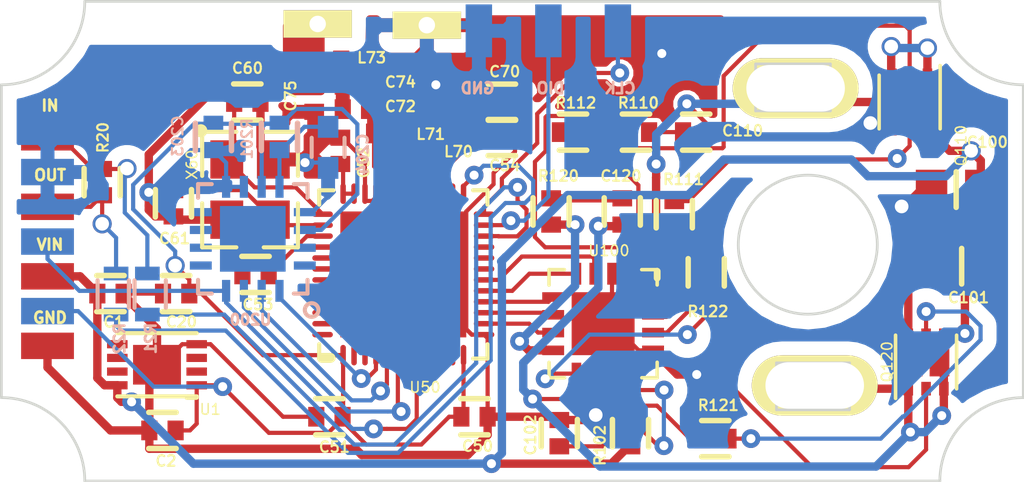
<source format=kicad_pcb>
(kicad_pcb (version 4) (host pcbnew "(2015-08-28 BZR 6132)-product")
  (layers (0 Top signal) (31 Bottom signal) (34 B.Paste user hide) (35 F.Paste user hide) (36 B.SilkS user hide) (37 F.SilkS user hide) (38 B.Mask user hide) (39 F.Mask user hide) (44 Edge.Cuts user))
  (net 0 "")
  (net 1 AVDD)
  (net 2 GND)
  (net 3 "Net-(C53-Pad1)")
  (net 4 "Net-(C54-Pad1)")
  (net 5 "Net-(C60-Pad1)")
  (net 6 "Net-(C61-Pad1)")
  (net 7 "Net-(C70-Pad1)")
  (net 8 "Net-(C72-Pad1)")
  (net 9 "Net-(C72-Pad2)")
  (net 10 "Net-(C102-Pad1)")
  (net 11 "Net-(C110-Pad1)")
  (net 12 "Net-(C120-Pad1)")
  (net 13 "Net-(JP2-Pad3)")
  (net 14 "Net-(JP2-Pad4)")
  (net 15 "Net-(JP4-Pad2)")
  (net 16 "Net-(JP4-Pad1)")
  (net 17 "Net-(JP5-Pad2)")
  (net 18 "Net-(Q110-Pad2)")
  (net 19 "Net-(Q110-Pad5)")
  (net 20 "Net-(Q120-Pad2)")
  (net 21 "Net-(Q120-Pad5)")
  (net 22 /UNIPOLAR_INPUT)
  (net 23 /UNIPOLAR_OUTPUT)
  (net 24 "Net-(R110-Pad1)")
  (net 25 "Net-(R111-Pad1)")
  (net 26 "Net-(R112-Pad1)")
  (net 27 "Net-(R120-Pad1)")
  (net 28 "Net-(R121-Pad1)")
  (net 29 "Net-(R122-Pad1)")
  (net 30 "Net-(U200-Pad3)")
  (net 31 "Net-(U200-Pad2)")
  (net 32 "Net-(U200-Pad1)")
  (net 33 "Net-(U100-Pad3)")
  (net 34 "Net-(U100-Pad4)")
  (net 35 "Net-(U100-Pad5)")
  (net 36 "Net-(U100-Pad6)")
  (net 37 "Net-(U100-Pad7)")
  (net 38 "Net-(C204-Pad2)")
  (net 39 /PWR_IN)
  (net 40 /PWR_MotorB)
  (net 41 /PWR_MotorA)
  (net 42 VDD)
  (net 43 "Net-(C75-Pad1)")
  (net 44 "Net-(L70-Pad1)")
  (module parts_servo:0402-B (layer Top) (at 144.907 101.854)
    (fp_text reference L70 (at 1.016 0.127) (layer F.SilkS) (effects (font (size 0.38608 0.38608) (thickness 0.077216)) (justify left bottom)))
    (fp_text value 10nH hide)
    (pad 1 smd rect (at -0.48 0) (size 0.59 0.72) (layers Top F.Paste F.Mask) (net 44 "Net-(L70-Pad1)"))
    (pad 2 smd rect (at 0.48 0) (size 0.59 0.72) (layers Top F.Paste F.Mask) (net 7 "Net-(C70-Pad1)"))
  )
  (module parts_servo:0402-B (layer Top) (at 142.180331 101.727 90)
    (fp_text reference C52 (at -1.046319 1.075669 90) (layer F.SilkS) (effects (font (size 0.38608 0.38608) (thickness 0.077216)) (justify left bottom)))
    (fp_text value 0.001uF hide)
    (pad 1 smd rect (at -0.48 0 90) (size 0.59 0.72) (layers Top F.Paste F.Mask) (net 1 AVDD))
    (pad 2 smd rect (at 0.48 0 90) (size 0.59 0.72) (layers Top F.Paste F.Mask) (net 2 GND))
  )
  (module parts_servo:0402-B (layer Top) (at 143.891 101.092)
    (fp_text reference L71 (at 1.016 0.254) (layer F.SilkS) (effects (font (size 0.38608 0.38608) (thickness 0.077216)) (justify left bottom)))
    (fp_text value 4.7nH hide)
    (pad 1 smd rect (at -0.48 0) (size 0.59 0.72) (layers Top F.Paste F.Mask) (net 8 "Net-(C72-Pad1)"))
    (pad 2 smd rect (at 0.48 0) (size 0.59 0.72) (layers Top F.Paste F.Mask) (net 44 "Net-(L70-Pad1)"))
  )
  (module parts_servo:0402-B (layer Top) (at 141.224 99.822 270)
    (fp_text reference C75 (at 0.508 0.635 270) (layer F.SilkS) (effects (font (size 0.38608 0.38608) (thickness 0.077216)) (justify left bottom)))
    (fp_text value 1.5pF hide)
    (pad 1 smd rect (at -0.48 0 270) (size 0.59 0.72) (layers Top F.Paste F.Mask) (net 43 "Net-(C75-Pad1)"))
    (pad 2 smd rect (at 0.48 0 270) (size 0.59 0.72) (layers Top F.Paste F.Mask) (net 2 GND))
  )
  (module parts_servo:0402-B (layer Top) (at 141.732 98.425)
    (fp_text reference L73 (at 1.016 0.127) (layer F.SilkS) (effects (font (size 0.38608 0.38608) (thickness 0.077216)) (justify left bottom)))
    (fp_text value 3.3nH hide)
    (pad 1 smd rect (at -0.48 0) (size 0.59 0.72) (layers Top F.Paste F.Mask) (net 43 "Net-(C75-Pad1)"))
    (pad 2 smd rect (at 0.48 0) (size 0.59 0.72) (layers Top F.Paste F.Mask) (net 9 "Net-(C72-Pad2)"))
  )
  (module parts_servo:0402-B (layer Top) (at 142.748 99.314)
    (fp_text reference C74 (at 1.016 0.127) (layer F.SilkS) (effects (font (size 0.38608 0.38608) (thickness 0.077216)) (justify left bottom)))
    (fp_text value 1pF hide)
    (pad 1 smd rect (at -0.48 0) (size 0.59 0.72) (layers Top F.Paste F.Mask) (net 9 "Net-(C72-Pad2)"))
    (pad 2 smd rect (at 0.48 0) (size 0.59 0.72) (layers Top F.Paste F.Mask) (net 2 GND))
  )
  (module parts_servo:0402-B (layer Top) (at 142.748 100.203 180)
    (fp_text reference C72 (at -1.016 -0.127 180) (layer F.SilkS) (effects (font (size 0.38608 0.38608) (thickness 0.077216)) (justify left bottom)))
    (fp_text value 2,2pF hide)
    (pad 1 smd rect (at -0.48 0 180) (size 0.59 0.72) (layers Top F.Paste F.Mask) (net 8 "Net-(C72-Pad1)"))
    (pad 2 smd rect (at 0.48 0 180) (size 0.59 0.72) (layers Top F.Paste F.Mask) (net 9 "Net-(C72-Pad2)"))
  )
  (module parts_servo:NRF51822 (layer Top) (at 144.480331 106.242681 90)
    (fp_text reference U50 (at -3.9 1.4 360) (layer F.SilkS) (effects (font (size 0.38608 0.38608) (thickness 0.057912)) (justify right top)))
    (fp_text value NRF51822 hide)
    (pad 6 smd oval (at -2.95 -0.2 90) (size 0.75 0.2) (layers Top F.Paste F.Mask) (net 30 "Net-(U200-Pad3)"))
    (pad 42 smd oval (at 0.2 -2.95 90) (size 0.2 0.75) (layers Top F.Paste F.Mask))
    (pad 19 smd oval (at 0.2 2.95 90) (size 0.2 0.75) (layers Top F.Paste F.Mask))
    (pad 31 smd oval (at 2.95 -0.2 90) (size 0.75 0.2) (layers Top F.Paste F.Mask) (net 44 "Net-(L70-Pad1)"))
    (pad 5 smd oval (at -2.95 -0.6 90) (size 0.75 0.2) (layers Top F.Paste F.Mask) (net 31 "Net-(U200-Pad2)"))
    (pad 4 smd oval (at -2.95 -1 90) (size 0.75 0.2) (layers Top F.Paste F.Mask) (net 32 "Net-(U200-Pad1)"))
    (pad 3 smd oval (at -2.95 -1.4 90) (size 0.75 0.2) (layers Top F.Paste F.Mask))
    (pad 2 smd oval (at -2.95 -1.8 90) (size 0.75 0.2) (layers Top F.Paste F.Mask))
    (pad 1 smd oval (at -2.95 -2.2 90) (size 0.75 0.2) (layers Top F.Paste F.Mask) (net 42 VDD))
    (pad 7 smd oval (at -2.95 0.2 90) (size 0.75 0.2) (layers Top F.Paste F.Mask) (net 17 "Net-(JP5-Pad2)"))
    (pad 8 smd oval (at -2.95 0.6 90) (size 0.75 0.2) (layers Top F.Paste F.Mask))
    (pad 9 smd oval (at -2.95 1 90) (size 0.75 0.2) (layers Top F.Paste F.Mask))
    (pad 10 smd oval (at -2.95 1.4 90) (size 0.75 0.2) (layers Top F.Paste F.Mask))
    (pad 11 smd oval (at -2.95 1.8 90) (size 0.75 0.2) (layers Top F.Paste F.Mask))
    (pad 12 smd oval (at -2.95 2.2 90) (size 0.75 0.2) (layers Top F.Paste F.Mask) (net 42 VDD))
    (pad 43 smd oval (at -0.2 -2.95 90) (size 0.2 0.75) (layers Top F.Paste F.Mask))
    (pad 44 smd oval (at -0.6 -2.95 90) (size 0.2 0.75) (layers Top F.Paste F.Mask))
    (pad 45 smd oval (at -1 -2.95 90) (size 0.2 0.75) (layers Top F.Paste F.Mask))
    (pad 46 smd oval (at -1.4 -2.95 90) (size 0.2 0.75) (layers Top F.Paste F.Mask))
    (pad 47 smd oval (at -1.8 -2.95 90) (size 0.2 0.75) (layers Top F.Paste F.Mask))
    (pad 48 smd oval (at -2.2 -2.95 90) (size 0.2 0.75) (layers Top F.Paste F.Mask))
    (pad 41 smd oval (at 0.6 -2.95 90) (size 0.2 0.75) (layers Top F.Paste F.Mask))
    (pad 40 smd oval (at 1 -2.95 90) (size 0.2 0.75) (layers Top F.Paste F.Mask))
    (pad 39 smd oval (at 1.4 -2.95 90) (size 0.2 0.75) (layers Top F.Paste F.Mask) (net 3 "Net-(C53-Pad1)"))
    (pad 38 smd oval (at 1.8 -2.95 90) (size 0.2 0.75) (layers Top F.Paste F.Mask) (net 6 "Net-(C61-Pad1)"))
    (pad 37 smd oval (at 2.2 -2.95 90) (size 0.2 0.75) (layers Top F.Paste F.Mask) (net 5 "Net-(C60-Pad1)"))
    (pad 32 smd oval (at 2.95 -0.6 90) (size 0.75 0.2) (layers Top F.Paste F.Mask) (net 8 "Net-(C72-Pad1)"))
    (pad 33 smd oval (at 2.95 -1 90) (size 0.75 0.2) (layers Top F.Paste F.Mask) (net 2 GND))
    (pad 34 smd oval (at 2.95 -1.4 90) (size 0.75 0.2) (layers Top F.Paste F.Mask) (net 2 GND))
    (pad 35 smd oval (at 2.95 -1.8 90) (size 0.75 0.2) (layers Top F.Paste F.Mask) (net 1 AVDD))
    (pad 36 smd oval (at 2.95 -2.2 90) (size 0.75 0.2) (layers Top F.Paste F.Mask) (net 1 AVDD))
    (pad 30 smd oval (at 2.95 0.2 90) (size 0.75 0.2) (layers Top F.Paste F.Mask) (net 7 "Net-(C70-Pad1)"))
    (pad 29 smd oval (at 2.95 0.6 90) (size 0.75 0.2) (layers Top F.Paste F.Mask) (net 4 "Net-(C54-Pad1)"))
    (pad 28 smd oval (at 2.95 1 90) (size 0.75 0.2) (layers Top F.Paste F.Mask))
    (pad 27 smd oval (at 2.95 1.4 90) (size 0.75 0.2) (layers Top F.Paste F.Mask))
    (pad 26 smd oval (at 2.95 1.8 90) (size 0.75 0.2) (layers Top F.Paste F.Mask))
    (pad 25 smd oval (at 2.95 2.2 90) (size 0.75 0.2) (layers Top F.Paste F.Mask) (net 23 /UNIPOLAR_OUTPUT))
    (pad 20 smd oval (at 0.6 2.95 90) (size 0.2 0.75) (layers Top F.Paste F.Mask))
    (pad 21 smd oval (at 1 2.95 90) (size 0.2 0.75) (layers Top F.Paste F.Mask))
    (pad 22 smd oval (at 1.4 2.95 90) (size 0.2 0.75) (layers Top F.Paste F.Mask) (net 22 /UNIPOLAR_INPUT))
    (pad 23 smd oval (at 1.8 2.95 90) (size 0.2 0.75) (layers Top F.Paste F.Mask) (net 15 "Net-(JP4-Pad2)"))
    (pad 24 smd oval (at 2.2 2.95 90) (size 0.2 0.75) (layers Top F.Paste F.Mask) (net 16 "Net-(JP4-Pad1)"))
    (pad 18 smd oval (at -0.2 2.95 90) (size 0.2 0.75) (layers Top F.Paste F.Mask) (net 33 "Net-(U100-Pad3)"))
    (pad 17 smd oval (at -0.6 2.95 90) (size 0.2 0.75) (layers Top F.Paste F.Mask) (net 34 "Net-(U100-Pad4)"))
    (pad 16 smd oval (at -1 2.95 90) (size 0.2 0.75) (layers Top F.Paste F.Mask) (net 35 "Net-(U100-Pad5)"))
    (pad 15 smd oval (at -1.4 2.95 90) (size 0.2 0.75) (layers Top F.Paste F.Mask) (net 36 "Net-(U100-Pad6)"))
    (pad 14 smd oval (at -1.8 2.95 90) (size 0.2 0.75) (layers Top F.Paste F.Mask) (net 37 "Net-(U100-Pad7)"))
    (pad 13 smd oval (at -2.2 2.95 90) (size 0.2 0.75) (layers Top F.Paste F.Mask) (net 2 GND))
    (pad PAD smd rect (at 0 0 90) (size 4.6 4.6) (layers Top F.Mask) (net 2 GND))
  )
  (module parts_servo:AS5050 (layer Bottom) (at 138.980331 104.942681 90)
    (fp_text reference U200 (at -2.957319 -0.080331 180) (layer B.SilkS) (effects (font (size 0.386 0.386) (thickness 0.0965)) (justify mirror)))
    (fp_text value AS5050 hide)
    (pad PAD smd rect (at 0 0 90) (size 2.4 2.4) (layers Bottom B.Mask))
    (pad 1 smd rect (at -1.9 0.975 90) (size 0.8 0.3) (layers Bottom B.Paste B.Mask) (net 32 "Net-(U200-Pad1)"))
    (pad 2 smd rect (at -1.9 0.325 90) (size 0.8 0.3) (layers Bottom B.Paste B.Mask) (net 31 "Net-(U200-Pad2)"))
    (pad 3 smd rect (at -1.9 -0.325 90) (size 0.8 0.3) (layers Bottom B.Paste B.Mask) (net 30 "Net-(U200-Pad3)"))
    (pad 4 smd rect (at -1.9 -0.975 90) (size 0.8 0.3) (layers Bottom B.Paste B.Mask) (net 17 "Net-(JP5-Pad2)"))
    (pad 5 smd rect (at -0.975 -1.9 90) (size 0.3 0.8) (layers Bottom B.Paste B.Mask))
    (pad 6 smd rect (at -0.325 -1.9 90) (size 0.3 0.8) (layers Bottom B.Paste B.Mask))
    (pad 7 smd rect (at 0.325 -1.9 90) (size 0.3 0.8) (layers Bottom B.Paste B.Mask))
    (pad 8 smd rect (at 0.975 -1.9 90) (size 0.3 0.8) (layers Bottom B.Paste B.Mask))
    (pad 9 smd rect (at 1.9 -0.975 90) (size 0.8 0.3) (layers Bottom B.Paste B.Mask) (net 2 GND))
    (pad 10 smd rect (at 1.9 -0.325 90) (size 0.8 0.3) (layers Bottom B.Paste B.Mask) (net 2 GND))
    (pad 11 smd rect (at 1.9 0.325 90) (size 0.8 0.3) (layers Bottom B.Paste B.Mask) (net 42 VDD))
    (pad 12 smd rect (at 1.9 0.975 90) (size 0.8 0.3) (layers Bottom B.Paste B.Mask) (net 38 "Net-(C204-Pad2)"))
    (pad 13 smd rect (at 0.975 1.9 90) (size 0.3 0.8) (layers Bottom B.Paste B.Mask) (net 2 GND))
    (pad 14 smd rect (at 0.325 1.9 90) (size 0.3 0.8) (layers Bottom B.Paste B.Mask) (net 42 VDD))
    (pad 15 smd rect (at -0.325 1.9 90) (size 0.3 0.8) (layers Bottom B.Paste B.Mask))
    (pad 16 smd rect (at -0.975 1.9 90) (size 0.3 0.8) (layers Bottom B.Paste B.Mask))
  )
  (module "parts_servo:TESTPOINT-(1X1)CREAMED" (layer Top) (at 145.9865 97.536 180)
    (fp_text reference TP1 hide)
    (fp_text value ANT1 hide)
    (pad TP thru_hole rect (at 0.647319 0.400331 180) (size 2.5 1) (drill 0.6) (layers *.Cu *.Mask F.SilkS) (net 2 GND))
  )
  (module parts_servo:SMDMOTOR (layer Top) (at 159.512 110.2995)
    (fp_text reference JP1 hide)
    (fp_text value M01 hide)
    (pad 1 thru_hole oval (at 0 0) (size 4.6 2.2) (drill oval 3.6 1.7) (layers *.Cu *.Mask F.SilkS) (net 41 /PWR_MotorA))
  )
  (module parts_servo:SMDMOTOR (layer Top) (at 158.8135 99.441)
    (fp_text reference JP3 hide)
    (fp_text value M01 hide)
    (pad 1 thru_hole oval (at 0 0) (size 4.6 2.2) (drill oval 3.6 1.7) (layers *.Cu *.Mask F.SilkS) (net 40 /PWR_MotorB))
  )
  (module parts_servo:SMD_1X3_PADS (layer Bottom) (at 149.780331 97.342681 90)
    (fp_text reference JP4 hide)
    (fp_text value SWD hide)
    (pad 2 smd rect (at 0 0 90) (size 1.9304 0.9652) (layers Bottom B.Paste B.Mask) (net 15 "Net-(JP4-Pad2)"))
    (pad 1 smd rect (at 0 2.54 90) (size 1.9304 0.9652) (layers Bottom B.Paste B.Mask) (net 16 "Net-(JP4-Pad1)"))
    (pad 3 smd rect (at 0 -2.54 90) (size 1.9304 0.9652) (layers Bottom B.Paste B.Mask) (net 2 GND))
  )
  (module parts_servo:0402-B (layer Top) (at 133.780331 106.942681)
    (fp_text reference C1 (at -0.303331 1.261319) (layer F.SilkS) (effects (font (size 0.38608 0.38608) (thickness 0.077216)) (justify left bottom)))
    (fp_text value "1uF 10V" hide)
    (pad 1 smd rect (at -0.48 0) (size 0.59 0.72) (layers Top F.Paste F.Mask) (net 39 /PWR_IN))
    (pad 2 smd rect (at 0.48 0) (size 0.59 0.72) (layers Top F.Paste F.Mask) (net 2 GND))
  )
  (module parts_servo:0402-B (layer Top) (at 135.680331 111.942681 180)
    (fp_text reference C2 (at 0.298331 -1.341319 180) (layer F.SilkS) (effects (font (size 0.38608 0.38608) (thickness 0.077216)) (justify left bottom)))
    (fp_text value 1uF hide)
    (pad 1 smd rect (at -0.48 0 180) (size 0.59 0.72) (layers Top F.Paste F.Mask) (net 42 VDD))
    (pad 2 smd rect (at 0.48 0 180) (size 0.59 0.72) (layers Top F.Paste F.Mask) (net 2 GND))
  )
  (module parts_servo:0402-B (layer Top) (at 136.180331 106.942681 180)
    (fp_text reference C20 (at 0.417331 -1.261319 180) (layer F.SilkS) (effects (font (size 0.38608 0.38608) (thickness 0.077216)) (justify left bottom)))
    (fp_text value 0.1uF hide)
    (pad 1 smd rect (at -0.48 0 180) (size 0.59 0.72) (layers Top F.Paste F.Mask) (net 42 VDD))
    (pad 2 smd rect (at 0.48 0 180) (size 0.59 0.72) (layers Top F.Paste F.Mask) (net 2 GND))
  )
  (module parts_servo:0402-B (layer Top) (at 147.080331 111.442681)
    (fp_text reference C50 (at -0.5 1.3) (layer F.SilkS) (effects (font (size 0.38608 0.38608) (thickness 0.077216)) (justify left bottom)))
    (fp_text value 0.1uF hide)
    (pad 1 smd rect (at -0.48 0) (size 0.59 0.72) (layers Top F.Paste F.Mask) (net 42 VDD))
    (pad 2 smd rect (at 0.48 0) (size 0.59 0.72) (layers Top F.Paste F.Mask) (net 2 GND))
  )
  (module parts_servo:0402-B (layer Top) (at 141.780331 111.442681 180)
    (fp_text reference C51 (at 0.429331 -1.333319 180) (layer F.SilkS) (effects (font (size 0.38608 0.38608) (thickness 0.077216)) (justify left bottom)))
    (fp_text value 0.1uF hide)
    (pad 1 smd rect (at -0.48 0 180) (size 0.59 0.72) (layers Top F.Paste F.Mask) (net 42 VDD))
    (pad 2 smd rect (at 0.48 0 180) (size 0.59 0.72) (layers Top F.Paste F.Mask) (net 2 GND))
  )
  (module parts_servo:0402-B (layer Top) (at 139.080331 106.242681 180)
    (fp_text reference C53 (at 0.523331 -1.326319 180) (layer F.SilkS) (effects (font (size 0.38608 0.38608) (thickness 0.077216)) (justify left bottom)))
    (fp_text value 0.1uF hide)
    (pad 1 smd rect (at -0.48 0 180) (size 0.59 0.72) (layers Top F.Paste F.Mask) (net 3 "Net-(C53-Pad1)"))
    (pad 2 smd rect (at 0.48 0 180) (size 0.59 0.72) (layers Top F.Paste F.Mask) (net 2 GND))
  )
  (module parts_servo:0402-B (layer Top) (at 148.080331 101.242681)
    (fp_text reference C54 (at -0.506331 1.246319) (layer F.SilkS) (effects (font (size 0.38608 0.38608) (thickness 0.077216)) (justify left bottom)))
    (fp_text value 0.047uF hide)
    (pad 1 smd rect (at -0.48 0) (size 0.59 0.72) (layers Top F.Paste F.Mask) (net 4 "Net-(C54-Pad1)"))
    (pad 2 smd rect (at 0.48 0) (size 0.59 0.72) (layers Top F.Paste F.Mask) (net 2 GND))
  )
  (module parts_servo:0402-B (layer Top) (at 138.780331 99.942681)
    (fp_text reference C60 (at -0.604331 -1.009681 180) (layer F.SilkS) (effects (font (size 0.38608 0.38608) (thickness 0.077216)) (justify left bottom)))
    (fp_text value 8pF hide)
    (pad 1 smd rect (at -0.48 0) (size 0.59 0.72) (layers Top F.Paste F.Mask) (net 5 "Net-(C60-Pad1)"))
    (pad 2 smd rect (at 0.48 0) (size 0.59 0.72) (layers Top F.Paste F.Mask) (net 2 GND))
  )
  (module parts_servo:0402-B (layer Top) (at 136.080331 103.642681 270)
    (fp_text reference C61 (at 1.513319 0.571331 360) (layer F.SilkS) (effects (font (size 0.38608 0.38608) (thickness 0.077216)) (justify left bottom)))
    (fp_text value 8pF hide)
    (pad 1 smd rect (at -0.48 0 270) (size 0.59 0.72) (layers Top F.Paste F.Mask) (net 6 "Net-(C61-Pad1)"))
    (pad 2 smd rect (at 0.48 0 270) (size 0.59 0.72) (layers Top F.Paste F.Mask) (net 2 GND))
  )
  (module parts_servo:0402-B (layer Top) (at 148.082 99.949)
    (fp_text reference C70 (at -0.508 -0.889 180) (layer F.SilkS) (effects (font (size 0.38608 0.38608) (thickness 0.077216)) (justify left bottom)))
    (fp_text value 0.0022uF hide)
    (pad 1 smd rect (at -0.48 0) (size 0.59 0.72) (layers Top F.Paste F.Mask) (net 7 "Net-(C70-Pad1)"))
    (pad 2 smd rect (at 0.48 0) (size 0.59 0.72) (layers Top F.Paste F.Mask) (net 2 GND))
  )
  (module parts_servo:0805-B (layer Top) (at 164.680331 103.142681 180)
    (fp_text reference C100 (at -0.342331 1.505319 180) (layer F.SilkS) (effects (font (size 0.38608 0.38608) (thickness 0.077216)) (justify left bottom)))
    (fp_text value "10uF 10V" hide)
    (pad 1 smd rect (at -0.9 0 180) (size 1.15 1.45) (layers Top F.Paste F.Mask) (net 39 /PWR_IN))
    (pad 2 smd rect (at 0.9 0 180) (size 1.15 1.45) (layers Top F.Paste F.Mask) (net 2 GND))
  )
  (module parts_servo:0805-B (layer Top) (at 164.880331 105.942681 180)
    (fp_text reference C101 (at 0.542331 -1.372319 180) (layer F.SilkS) (effects (font (size 0.38608 0.38608) (thickness 0.077216)) (justify left bottom)))
    (fp_text value "10uF 10V" hide)
    (pad 1 smd rect (at -0.9 0 180) (size 1.15 1.45) (layers Top F.Paste F.Mask) (net 39 /PWR_IN))
    (pad 2 smd rect (at 0.9 0 180) (size 1.15 1.45) (layers Top F.Paste F.Mask) (net 2 GND))
  )
  (module parts_servo:0402-B (layer Top) (at 150.180331 112.042681 90)
    (fp_text reference C102 (at -0.860319 -0.828331 90) (layer F.SilkS) (effects (font (size 0.38608 0.38608) (thickness 0.077216)) (justify left bottom)))
    (fp_text value 1uF hide)
    (pad 1 smd rect (at -0.48 0 90) (size 0.59 0.72) (layers Top F.Paste F.Mask) (net 10 "Net-(C102-Pad1)"))
    (pad 2 smd rect (at 0.48 0 90) (size 0.59 0.72) (layers Top F.Paste F.Mask) (net 2 GND))
  )
  (module parts_servo:0402-B (layer Top) (at 155.180331 101.042681)
    (fp_text reference C110 (at 0.902669 0.176319) (layer F.SilkS) (effects (font (size 0.38608 0.38608) (thickness 0.077216)) (justify left bottom)))
    (fp_text value 1uF hide)
    (pad 1 smd rect (at -0.48 0) (size 0.59 0.72) (layers Top F.Paste F.Mask) (net 11 "Net-(C110-Pad1)"))
    (pad 2 smd rect (at 0.48 0) (size 0.59 0.72) (layers Top F.Paste F.Mask) (net 40 /PWR_MotorB))
  )
  (module parts_servo:0402-B (layer Top) (at 152.480331 103.942681 270)
    (fp_text reference C120 (at -1.072681 0.842331 360) (layer F.SilkS) (effects (font (size 0.38608 0.38608) (thickness 0.077216)) (justify left bottom)))
    (fp_text value 1uF hide)
    (pad 1 smd rect (at -0.48 0 270) (size 0.59 0.72) (layers Top F.Paste F.Mask) (net 12 "Net-(C120-Pad1)"))
    (pad 2 smd rect (at 0.48 0 270) (size 0.59 0.72) (layers Top F.Paste F.Mask) (net 41 /PWR_MotorA))
  )
  (module parts_servo:0402-B (layer Bottom) (at 137.541 101.219 270)
    (fp_text reference C203 (at -0.8255 1.0795 270) (layer B.SilkS) (effects (font (size 0.38608 0.38608) (thickness 0.077216)) (justify left bottom mirror)))
    (fp_text value 0.1uF hide)
    (pad 1 smd rect (at -0.48 0 270) (size 0.59 0.72) (layers Bottom B.Paste B.Mask) (net 42 VDD))
    (pad 2 smd rect (at 0.48 0 270) (size 0.59 0.72) (layers Bottom B.Paste B.Mask) (net 2 GND))
  )
  (module parts_servo:SMD_1X4_HEADER (layer Top) (at 131.480331 105.042681 180)
    (fp_text reference JP2 hide)
    (fp_text value Input hide)
    (pad 2 smd rect (at 0 -1.27 180) (size 1.9304 0.9652) (layers Top F.Paste F.Mask) (net 39 /PWR_IN))
    (pad 1 smd rect (at 0 -3.81 180) (size 1.9304 0.9652) (layers Top F.Paste F.Mask) (net 2 GND))
    (pad 3 smd rect (at 0 1.27 180) (size 1.9304 0.9652) (layers Top F.Paste F.Mask) (net 13 "Net-(JP2-Pad3)"))
    (pad 4 smd rect (at 0 3.81 180) (size 1.9304 0.9652) (layers Top F.Paste F.Mask) (net 14 "Net-(JP2-Pad4)"))
  )
  (module parts_servo:SMD_1X3_PADS (layer Bottom) (at 131.480331 105.042681 180)
    (fp_text reference JP5 hide)
    (fp_text value POT hide)
    (pad 2 smd rect (at 0 0 180) (size 1.9304 0.9652) (layers Bottom B.Paste B.Mask) (net 17 "Net-(JP5-Pad2)"))
    (pad 1 smd rect (at 0 2.54 180) (size 1.9304 0.9652) (layers Bottom B.Paste B.Mask) (net 2 GND))
    (pad 3 smd rect (at 0 -2.54 180) (size 1.9304 0.9652) (layers Bottom B.Paste B.Mask) (net 42 VDD))
  )
  (module parts_servo:0402-B (layer Top) (at 133.477 102.87 270)
    (fp_text reference R20 (at -1.016 -0.254 270) (layer F.SilkS) (effects (font (size 0.38608 0.38608) (thickness 0.077216)) (justify left bottom)))
    (fp_text value "120 (np)" hide)
    (pad 1 smd rect (at -0.48 0 270) (size 0.59 0.72) (layers Top F.Paste F.Mask) (net 14 "Net-(JP2-Pad4)"))
    (pad 2 smd rect (at 0.48 0 270) (size 0.59 0.72) (layers Top F.Paste F.Mask) (net 13 "Net-(JP2-Pad3)"))
  )
  (module parts_servo:0402-B (layer Top) (at 152.780331 112.042681 270)
    (fp_text reference R102 (at 1.241319 0.888331 270) (layer F.SilkS) (effects (font (size 0.38608 0.38608) (thickness 0.077216)) (justify left bottom)))
    (fp_text value 2.2 hide)
    (pad 1 smd rect (at -0.48 0 270) (size 0.59 0.72) (layers Top F.Paste F.Mask) (net 10 "Net-(C102-Pad1)"))
    (pad 2 smd rect (at 0.48 0 270) (size 0.59 0.72) (layers Top F.Paste F.Mask) (net 39 /PWR_IN))
  )
  (module parts_servo:0402-B (layer Top) (at 152.980331 101.042681)
    (fp_text reference R110 (at -0.707331 -0.839681) (layer F.SilkS) (effects (font (size 0.38608 0.38608) (thickness 0.077216)) (justify left bottom)))
    (fp_text value 1 hide)
    (pad 1 smd rect (at -0.48 0) (size 0.59 0.72) (layers Top F.Paste F.Mask) (net 24 "Net-(R110-Pad1)"))
    (pad 2 smd rect (at 0.48 0) (size 0.59 0.72) (layers Top F.Paste F.Mask) (net 11 "Net-(C110-Pad1)"))
  )
  (module parts_servo:0402-B (layer Top) (at 154.380331 104.042681 90)
    (fp_text reference R111 (at 1.045681 -0.456331 180) (layer F.SilkS) (effects (font (size 0.38608 0.38608) (thickness 0.077216)) (justify left bottom)))
    (fp_text value 2.2 hide)
    (pad 1 smd rect (at -0.48 0 90) (size 0.59 0.72) (layers Top F.Paste F.Mask) (net 25 "Net-(R111-Pad1)"))
    (pad 2 smd rect (at 0.48 0 90) (size 0.59 0.72) (layers Top F.Paste F.Mask) (net 19 "Net-(Q110-Pad5)"))
  )
  (module parts_servo:0402-B (layer Top) (at 150.680331 101.042681)
    (fp_text reference R112 (at -0.693331 -0.839681) (layer F.SilkS) (effects (font (size 0.38608 0.38608) (thickness 0.077216)) (justify left bottom)))
    (fp_text value 2.2 hide)
    (pad 1 smd rect (at -0.48 0) (size 0.59 0.72) (layers Top F.Paste F.Mask) (net 26 "Net-(R112-Pad1)"))
    (pad 2 smd rect (at 0.48 0) (size 0.59 0.72) (layers Top F.Paste F.Mask) (net 18 "Net-(Q110-Pad2)"))
  )
  (module parts_servo:0402-B (layer Top) (at 149.880331 103.942681 90)
    (fp_text reference R120 (at 1.072681 -0.528331 180) (layer F.SilkS) (effects (font (size 0.38608 0.38608) (thickness 0.077216)) (justify left bottom)))
    (fp_text value 1 hide)
    (pad 1 smd rect (at -0.48 0 90) (size 0.59 0.72) (layers Top F.Paste F.Mask) (net 27 "Net-(R120-Pad1)"))
    (pad 2 smd rect (at 0.48 0 90) (size 0.59 0.72) (layers Top F.Paste F.Mask) (net 12 "Net-(C120-Pad1)"))
  )
  (module parts_servo:0402-B (layer Top) (at 155.880331 112.242681)
    (fp_text reference R121 (at -0.686331 -0.990681) (layer F.SilkS) (effects (font (size 0.38608 0.38608) (thickness 0.077216)) (justify left bottom)))
    (fp_text value 2.2 hide)
    (pad 1 smd rect (at -0.48 0) (size 0.59 0.72) (layers Top F.Paste F.Mask) (net 28 "Net-(R121-Pad1)"))
    (pad 2 smd rect (at 0.48 0) (size 0.59 0.72) (layers Top F.Paste F.Mask) (net 21 "Net-(Q120-Pad5)"))
  )
  (module parts_servo:0402-B (layer Top) (at 155.548231 106.167081 90)
    (fp_text reference R122 (at -1.655919 -0.735231 180) (layer F.SilkS) (effects (font (size 0.38608 0.38608) (thickness 0.077216)) (justify left bottom)))
    (fp_text value 2.2 hide)
    (pad 1 smd rect (at -0.48 0 90) (size 0.59 0.72) (layers Top F.Paste F.Mask) (net 29 "Net-(R122-Pad1)"))
    (pad 2 smd rect (at 0.48 0 90) (size 0.59 0.72) (layers Top F.Paste F.Mask) (net 20 "Net-(Q120-Pad2)"))
  )
  (module parts_servo:0402-B (layer Bottom) (at 139.954 101.219 90)
    (fp_text reference R201 (at 0.727669 -0.958681 90) (layer B.SilkS) (effects (font (size 0.38608 0.38608) (thickness 0.077216)) (justify left bottom mirror)))
    (fp_text value 15 hide)
    (pad 1 smd rect (at -0.48 0 90) (size 0.59 0.72) (layers Bottom B.Paste B.Mask) (net 38 "Net-(C204-Pad2)"))
    (pad 2 smd rect (at 0.48 0 90) (size 0.59 0.72) (layers Bottom B.Paste B.Mask) (net 42 VDD))
  )
  (module "parts_servo:TESTPOINT-(1X1)CREAMED" (layer Top) (at 141.351 97.0915)
    (fp_text reference TP2 hide)
    (fp_text value ANT_FEED hide)
    (pad TP thru_hole rect (at 0 0) (size 2.5 1) (drill 0.6) (layers *.Cu *.Mask F.SilkS) (net 43 "Net-(C75-Pad1)"))
  )
  (module "parts_servo:CRYSTAL-3.2X2.5(4_TERMINAL)" (layer Top) (at 138.880331 103.142681 270)
    (fp_text reference X60 (at -1.5 2.35 450) (layer F.SilkS) (effects (font (size 0.38608 0.38608) (thickness 0.057912)) (justify right top)))
    (fp_text value 16MHz hide)
    (pad 1 smd rect (at -1.1 0.85 270) (size 1.4 1.2) (layers Top F.Paste F.Mask) (net 5 "Net-(C60-Pad1)"))
    (pad 4 smd rect (at -1.1 -0.85 270) (size 1.4 1.2) (layers Top F.Paste F.Mask) (net 2 GND))
    (pad 3 smd rect (at 1.1 -0.85 90) (size 1.4 1.2) (layers Top F.Paste F.Mask) (net 6 "Net-(C61-Pad1)"))
    (pad 2 smd rect (at 1.1 0.85 90) (size 1.4 1.2) (layers Top F.Paste F.Mask) (net 2 GND))
  )
  (module parts_servo:PMDPB28UN (layer Top) (at 162.980331 99.942681 270)
    (fp_text reference Q110 (at 0.8 -1.65 270) (layer F.SilkS) (effects (font (size 0.38608 0.38608) (thickness 0.057912)) (justify right top)))
    (fp_text value NFET-DUAL hide)
    (pad P7 smd rect (at 0 -0.49 270) (size 1.05 0.72) (layers Top F.Paste F.Mask) (net 39 /PWR_IN))
    (pad P8 smd rect (at 0 0.49 270) (size 1.05 0.72) (layers Top F.Paste F.Mask) (net 40 /PWR_MotorB))
    (pad 2 smd rect (at -0.975 0 270) (size 0.5 0.35) (layers Top F.Paste F.Mask) (net 18 "Net-(Q110-Pad2)"))
    (pad 5 smd rect (at 0.975 0 270) (size 0.5 0.35) (layers Top F.Paste F.Mask) (net 19 "Net-(Q110-Pad5)"))
    (pad 1 smd rect (at -0.975 -0.65 270) (size 0.5 0.35) (layers Top F.Paste F.Mask) (net 40 /PWR_MotorB))
    (pad 3 smd rect (at -0.975 0.65 270) (size 0.5 0.35) (layers Top F.Paste F.Mask) (net 40 /PWR_MotorB))
    (pad 4 smd rect (at 0.975 0.65 270) (size 0.5 0.35) (layers Top F.Paste F.Mask) (net 2 GND))
    (pad 6 smd rect (at 0.975 -0.65 270) (size 0.5 0.35) (layers Top F.Paste F.Mask) (net 39 /PWR_IN))
  )
  (module parts_servo:PMDPB28UN (layer Top) (at 163.580331 109.442681 90)
    (fp_text reference Q120 (at 0.8 -1.65 90) (layer F.SilkS) (effects (font (size 0.38608 0.38608) (thickness 0.057912)) (justify right top)))
    (fp_text value NFET-DUAL hide)
    (pad P7 smd rect (at 0 -0.49 90) (size 1.05 0.72) (layers Top F.Paste F.Mask) (net 39 /PWR_IN))
    (pad P8 smd rect (at 0 0.49 90) (size 1.05 0.72) (layers Top F.Paste F.Mask) (net 41 /PWR_MotorA))
    (pad 2 smd rect (at -0.975 0 90) (size 0.5 0.35) (layers Top F.Paste F.Mask) (net 20 "Net-(Q120-Pad2)"))
    (pad 5 smd rect (at 0.975 0 90) (size 0.5 0.35) (layers Top F.Paste F.Mask) (net 21 "Net-(Q120-Pad5)"))
    (pad 1 smd rect (at -0.975 -0.65 90) (size 0.5 0.35) (layers Top F.Paste F.Mask) (net 41 /PWR_MotorA))
    (pad 3 smd rect (at -0.975 0.65 90) (size 0.5 0.35) (layers Top F.Paste F.Mask) (net 41 /PWR_MotorA))
    (pad 4 smd rect (at 0.975 0.65 90) (size 0.5 0.35) (layers Top F.Paste F.Mask) (net 2 GND))
    (pad 6 smd rect (at 0.975 -0.65 90) (size 0.5 0.35) (layers Top F.Paste F.Mask) (net 39 /PWR_IN))
  )
  (module parts_servo:MCP1703 (layer Top) (at 135.480331 109.542681 180)
    (fp_text reference U1 (at -1.519669 -1.857319 360) (layer F.SilkS) (effects (font (size 0.38608 0.38608) (thickness 0.057912)) (justify left bottom)))
    (fp_text value MCP1703-3302 hide)
    (pad 2 smd rect (at -1.45 -0.25 180) (size 0.75 0.3) (layers Top F.Paste F.Mask))
    (pad 7 smd rect (at 1.45 -0.25 180) (size 0.75 0.3) (layers Top F.Paste F.Mask))
    (pad PAD smd rect (at 0 0 180) (size 1.75 1.45) (layers Top F.Mask) (net 2 GND))
    (pad 3 smd rect (at -1.45 0.25 180) (size 0.75 0.3) (layers Top F.Paste F.Mask))
    (pad 4 smd rect (at -1.45 0.75 180) (size 0.75 0.3) (layers Top F.Paste F.Mask) (net 2 GND))
    (pad 1 smd rect (at -1.45 -0.75 180) (size 0.75 0.3) (layers Top F.Paste F.Mask) (net 42 VDD))
    (pad 8 smd rect (at 1.45 -0.75 180) (size 0.75 0.3) (layers Top F.Paste F.Mask) (net 39 /PWR_IN))
    (pad 6 smd rect (at 1.45 0.25 180) (size 0.75 0.3) (layers Top F.Paste F.Mask))
    (pad 5 smd rect (at 1.45 0.75 180) (size 0.75 0.3) (layers Top F.Paste F.Mask))
  )
  (module "parts_servo:QFN-16(4X4)+EP" (layer Top) (at 151.780331 108.042681 270)
    (fp_text reference U100 (at -2.442681 0.580331 360) (layer F.SilkS) (effects (font (size 0.38608 0.38608) (thickness 0.057912)) (justify left bottom)))
    (fp_text value RT9625A hide)
    (pad 3 smd rect (at -1.825 0.325 270) (size 0.8 0.35) (layers Top F.Paste F.Mask) (net 33 "Net-(U100-Pad3)"))
    (pad PAD smd rect (at 0 0 270) (size 2.3 2.3) (layers Top F.Mask) (net 2 GND))
    (pad 10 smd rect (at 1.825 0.325 270) (size 0.8 0.35) (layers Top F.Paste F.Mask) (net 41 /PWR_MotorA))
    (pad 15 smd rect (at -0.325 -1.825 270) (size 0.35 0.8) (layers Top F.Paste F.Mask) (net 40 /PWR_MotorB))
    (pad 7 smd rect (at 0.325 1.825 270) (size 0.35 0.8) (layers Top F.Paste F.Mask) (net 37 "Net-(U100-Pad7)"))
    (pad 2 smd rect (at -1.825 -0.325 270) (size 0.8 0.35) (layers Top F.Paste F.Mask) (net 2 GND))
    (pad 1 smd rect (at -1.825 -0.975 270) (size 0.8 0.35) (layers Top F.Paste F.Mask) (net 24 "Net-(R110-Pad1)"))
    (pad 4 smd rect (at -1.825 0.975 270) (size 0.8 0.35) (layers Top F.Paste F.Mask) (net 34 "Net-(U100-Pad4)"))
    (pad 6 smd rect (at -0.325 1.825 270) (size 0.35 0.8) (layers Top F.Paste F.Mask) (net 36 "Net-(U100-Pad6)"))
    (pad 5 smd rect (at -0.975 1.825 270) (size 0.35 0.8) (layers Top F.Paste F.Mask) (net 35 "Net-(U100-Pad5)"))
    (pad 8 smd rect (at 0.975 1.825 270) (size 0.35 0.8) (layers Top F.Paste F.Mask) (net 27 "Net-(R120-Pad1)"))
    (pad 9 smd rect (at 1.825 0.975 270) (size 0.8 0.35) (layers Top F.Paste F.Mask) (net 29 "Net-(R122-Pad1)"))
    (pad 11 smd rect (at 1.825 -0.325 270) (size 0.8 0.35) (layers Top F.Paste F.Mask) (net 28 "Net-(R121-Pad1)"))
    (pad 12 smd rect (at 1.825 -0.975 270) (size 0.8 0.35) (layers Top F.Paste F.Mask) (net 10 "Net-(C102-Pad1)"))
    (pad 14 smd rect (at 0.325 -1.825 270) (size 0.35 0.8) (layers Top F.Paste F.Mask) (net 25 "Net-(R111-Pad1)"))
    (pad 13 smd rect (at 0.975 -1.825 270) (size 0.35 0.8) (layers Top F.Paste F.Mask) (net 2 GND))
    (pad 16 smd rect (at -0.975 -1.825 270) (size 0.35 0.8) (layers Top F.Paste F.Mask) (net 26 "Net-(R112-Pad1)"))
  )
  (module Resistors_SMD:R_0603 (layer Bottom) (at 133.985 106.9594 270)
    (fp_text reference R22 (at 1.6256 -0.127 270) (layer B.SilkS) (effects (font (size 0.38608 0.38608) (thickness 0.09652)) (justify mirror)))
    (fp_text value "4.7K (np)")
    (pad 1 smd rect (at -0.75 0 270) (size 0.5 0.9) (layers Bottom B.Paste B.Mask) (net 13 "Net-(JP2-Pad3)"))
    (pad 2 smd rect (at 0.75 0 270) (size 0.5 0.9) (layers Bottom B.Paste B.Mask) (net 23 /UNIPOLAR_OUTPUT))
  )
  (module Resistors_SMD:R_0603 (layer Bottom) (at 135.128 106.9594 270)
    (fp_text reference R21 (at 1.6256 -0.127 270) (layer B.SilkS) (effects (font (size 0.38608 0.38608) (thickness 0.09652)) (justify mirror)))
    (fp_text value "4.7K (np)")
    (pad 1 smd rect (at -0.75 0 270) (size 0.5 0.9) (layers Bottom B.Paste B.Mask) (net 14 "Net-(JP2-Pad4)"))
    (pad 2 smd rect (at 0.75 0 270) (size 0.5 0.9) (layers Bottom B.Paste B.Mask) (net 22 /UNIPOLAR_INPUT))
  )
  (module Capacitors_SMD:C_0603 (layer Bottom) (at 141.732 101.6 90)
    (fp_text reference C204 (at -0.254 1.27 90) (layer B.SilkS) (effects (font (size 0.38608 0.38608) (thickness 0.09652)) (justify mirror)))
    (fp_text value 4u7)
    (pad 1 smd rect (at -0.75 0 90) (size 0.8 0.75) (layers Bottom B.Paste B.Mask) (net 2 GND))
    (pad 2 smd rect (at 0.75 0 90) (size 0.8 0.75) (layers Bottom B.Paste B.Mask) (net 38 "Net-(C204-Pad2)"))
  )
  (gr_line (start 157.353 100.2665) (end 157.353 98.552) (angle 90) (layer Edge.Cuts) (width 0.1))
  (gr_line (start 160.0835 100.2665) (end 157.353 100.2665) (angle 90) (layer Edge.Cuts) (width 0.1))
  (gr_line (start 160.0835 98.552) (end 160.0835 100.2665) (angle 90) (layer Edge.Cuts) (width 0.1))
  (gr_line (start 157.353 98.552) (end 160.0835 98.552) (angle 90) (layer Edge.Cuts) (width 0.1))
  (gr_line (start 158.115 109.474) (end 158.1785 109.474) (angle 90) (layer Edge.Cuts) (width 0.1))
  (gr_line (start 158.115 111.1885) (end 158.115 109.474) (angle 90) (layer Edge.Cuts) (width 0.1))
  (gr_line (start 160.782 111.1885) (end 158.115 111.1885) (angle 90) (layer Edge.Cuts) (width 0.1))
  (gr_line (start 160.782 109.474) (end 160.782 111.1885) (angle 90) (layer Edge.Cuts) (width 0.1))
  (gr_line (start 158.1785 109.474) (end 160.782 109.474) (angle 90) (layer Edge.Cuts) (width 0.1))
  (gr_circle (center 159.258 105.156) (end 160.782 103.124) (layer Edge.Cuts) (width 0.1))
  (gr_text GND (at 147.193 99.441) (layer B.SilkS) (effects (font (size 0.4 0.4) (thickness 0.1)) (justify mirror)))
  (gr_text DIO (at 149.86 99.441) (layer B.SilkS) (effects (font (size 0.4 0.4) (thickness 0.1)) (justify mirror)))
  (gr_text CLK (at 152.4 99.441) (layer B.SilkS) (effects (font (size 0.4 0.4) (thickness 0.1)) (justify mirror)))
  (gr_text IN (at 131.572 100.076) (layer F.SilkS) (effects (font (size 0.4 0.4) (thickness 0.1))))
  (gr_text OUT (at 131.572 102.616) (layer F.SilkS) (effects (font (size 0.4 0.4) (thickness 0.1))))
  (gr_text GND (at 131.572 107.823) (layer F.SilkS) (effects (font (size 0.4 0.4) (thickness 0.1))))
  (gr_text VIN (at 131.572 105.156) (layer F.SilkS) (effects (font (size 0.4 0.4) (thickness 0.1))))
  (gr_line (start 132.842 113.792) (end 164.084 113.792) (angle 90) (layer Edge.Cuts) (width 0.1))
  (gr_line (start 129.794 99.314) (end 129.794 110.744) (angle 90) (layer Edge.Cuts) (width 0.1))
  (gr_line (start 164.084 96.266) (end 132.842 96.266) (angle 90) (layer Edge.Cuts) (width 0.1))
  (gr_line (start 167.132 110.744) (end 167.132 99.314) (angle 90) (layer Edge.Cuts) (width 0.1))
  (gr_arc (start 167.132 113.792) (end 164.084 113.792) (angle 90) (layer Edge.Cuts) (width 0.1))
  (gr_arc (start 129.794 113.792) (end 129.794 110.744) (angle 90) (layer Edge.Cuts) (width 0.1))
  (gr_arc (start 129.794 96.266) (end 132.842 96.266) (angle 90) (layer Edge.Cuts) (width 0.1))
  (gr_arc (start 167.132 96.266) (end 167.132 99.314) (angle 90) (layer Edge.Cuts) (width 0.1))
  (gr_line (start 157.3827 98.5036) (end 160.0751 98.5036) (layer Edge.Cuts) (width 0.001))
  (gr_line (start 160.0751 100.2816) (end 160.0751 98.5036) (layer Edge.Cuts) (width 0.001))
  (gr_line (start 160.0751 100.2816) (end 157.3827 100.2816) (layer Edge.Cuts) (width 0.001))
  (gr_line (start 157.3827 98.5036) (end 157.3827 100.2816) (layer Edge.Cuts) (width 0.001))
  (gr_line (start 158.1447 109.4256) (end 160.8371 109.4256) (layer Edge.Cuts) (width 0.001))
  (gr_line (start 160.8371 111.2036) (end 160.8371 109.4256) (layer Edge.Cuts) (width 0.001))
  (gr_line (start 160.8371 111.2036) (end 158.1447 111.2036) (layer Edge.Cuts) (width 0.001))
  (gr_line (start 158.1447 109.4256) (end 158.1447 111.2036) (layer Edge.Cuts) (width 0.001))
  (gr_circle (center 159.2511 105.101172) (end 161.7911 105.101172) (layer Edge.Cuts) (width 0.001))
  (segment (start 142.280331 103.292681) (end 142.280331 102.307) (width 0.1524) (layer Top) (net 1))
  (segment (start 142.280331 102.307) (end 142.180331 102.207) (width 0.1524) (layer Top) (net 1))
  (segment (start 142.280331 103.292681) (end 142.680331 103.292681) (width 0.1524) (layer Top) (net 1))
  (segment (start 140.880331 103.967681) (end 141.155331 103.967681) (width 0.1524) (layer Bottom) (net 2))
  (segment (start 141.155331 103.967681) (end 141.732 103.391012) (width 0.1524) (layer Bottom) (net 2))
  (segment (start 141.732 103.391012) (end 141.732 102.207) (width 0.1524) (layer Bottom) (net 2))
  (segment (start 162.330331 100.917681) (end 161.750681 100.917681) (width 0.1524) (layer Top) (net 2))
  (segment (start 161.750681 100.917681) (end 161.544 100.711) (width 0.1524) (layer Top) (net 2))
  (via (at 161.544 100.711) (size 0.7) (drill 0.5) (layers Top Bottom) (net 2))
  (segment (start 163.780331 103.142681) (end 163.303319 103.142681) (width 0.1524) (layer Top) (net 2))
  (segment (start 163.303319 103.142681) (end 162.687 103.759) (width 0.1524) (layer Top) (net 2))
  (via (at 162.687 103.759) (size 0.7) (drill 0.5) (layers Top Bottom) (net 2))
  (segment (start 135.205923 112.613073) (end 142.735184 112.613073) (width 0.3048) (layer Top) (net 2))
  (segment (start 147.560331 112.107481) (end 147.560331 111.442681) (width 0.3048) (layer Top) (net 2))
  (segment (start 135.200331 112.607481) (end 135.205923 112.613073) (width 0.3048) (layer Top) (net 2))
  (segment (start 142.735184 112.613073) (end 142.96137 112.839259) (width 0.3048) (layer Top) (net 2))
  (segment (start 135.200331 111.942681) (end 135.200331 112.607481) (width 0.3048) (layer Top) (net 2))
  (segment (start 142.96137 112.839259) (end 146.828553 112.839259) (width 0.3048) (layer Top) (net 2))
  (segment (start 146.828553 112.839259) (end 147.560331 112.107481) (width 0.3048) (layer Top) (net 2))
  (segment (start 163.980331 105.942681) (end 163.980331 105.792681) (width 0.3048) (layer Top) (net 2))
  (segment (start 165 108.4) (end 165 106.96235) (width 0.3048) (layer Top) (net 2))
  (segment (start 165 106.96235) (end 163.980331 105.942681) (width 0.3048) (layer Top) (net 2))
  (segment (start 146.780331 108.242681) (end 146.780331 103.942681) (width 0.1524) (layer Top) (net 2))
  (segment (start 146.980331 108.442681) (end 146.780331 108.242681) (width 0.1524) (layer Top) (net 2))
  (segment (start 146.780331 103.942681) (end 147.777169 102.945843) (width 0.1524) (layer Top) (net 2))
  (segment (start 147.777169 102.945843) (end 147.777169 102.538243) (width 0.1524) (layer Top) (net 2))
  (segment (start 147.777169 102.538243) (end 148.560331 101.755081) (width 0.1524) (layer Top) (net 2))
  (segment (start 148.560331 101.755081) (end 148.560331 101.242681) (width 0.1524) (layer Top) (net 2))
  (segment (start 135.180328 101.859042) (end 137.76149 99.27788) (width 0.3048) (layer Top) (net 2))
  (segment (start 135.180328 103.242684) (end 135.180328 101.859042) (width 0.3048) (layer Top) (net 2))
  (segment (start 137.76149 99.27788) (end 139.077143 99.277881) (width 0.3048) (layer Top) (net 2))
  (segment (start 139.077143 99.277881) (end 139.260331 99.461069) (width 0.3048) (layer Top) (net 2))
  (segment (start 139.260331 99.461069) (end 139.260331 99.942681) (width 0.3048) (layer Top) (net 2))
  (segment (start 138.005331 103.042681) (end 138.655331 103.042681) (width 0.1524) (layer Bottom) (net 2))
  (segment (start 136.080331 104.122681) (end 135.415531 104.122681) (width 0.3048) (layer Top) (net 2))
  (segment (start 135.415531 104.122681) (end 135.180328 103.887478) (width 0.3048) (layer Top) (net 2))
  (segment (start 135.180328 103.887478) (end 135.180328 103.727617) (width 0.3048) (layer Top) (net 2))
  (segment (start 135.180328 103.727617) (end 135.180328 103.242684) (width 0.3048) (layer Top) (net 2))
  (segment (start 131.480331 108.852681) (end 131.480331 109.640081) (width 0.3048) (layer Top) (net 2))
  (segment (start 131.480331 109.640081) (end 133.782931 111.942681) (width 0.3048) (layer Top) (net 2))
  (segment (start 133.782931 111.942681) (end 135.200331 111.942681) (width 0.3048) (layer Top) (net 2))
  (segment (start 163.980331 106.092681) (end 163.980331 105.942681) (width 0.3048) (layer Top) (net 2))
  (segment (start 164.230331 108.467681) (end 164.994148 108.467681) (width 0.3048) (layer Top) (net 2))
  (segment (start 164.230331 108.467681) (end 164.886385 108.467681) (width 0.1524) (layer Top) (net 2))
  (segment (start 135.700331 106.942681) (end 134.260331 106.942681) (width 0.1524) (layer Top) (net 2))
  (segment (start 136.080331 104.122681) (end 136.015331 104.122681) (width 0.3048) (layer Top) (net 2))
  (segment (start 150.180331 111.562681) (end 151.327319 111.562681) (width 0.3048) (layer Top) (net 2))
  (segment (start 151.327319 111.562681) (end 151.511 111.379) (width 0.3048) (layer Top) (net 2))
  (via (at 151.511 111.379) (size 0.7) (drill 0.5) (layers Top Bottom) (net 2))
  (segment (start 147.560331 111.442681) (end 150.060331 111.442681) (width 0.3048) (layer Top) (net 2))
  (segment (start 150.060331 111.442681) (end 150.180331 111.562681) (width 0.3048) (layer Top) (net 2))
  (via (at 153.924 98.171) (size 0.6858) (drill 0.3302) (layers Top Bottom) (net 2))
  (segment (start 148.560331 101.242681) (end 148.560331 99.950669) (width 0.1524) (layer Top) (net 2))
  (segment (start 148.560331 99.950669) (end 148.562 99.949) (width 0.1524) (layer Top) (net 2))
  (segment (start 143.080331 103.292681) (end 143.080331 102.082) (width 0.1524) (layer Top) (net 2))
  (segment (start 143.080331 102.082) (end 142.245331 101.247) (width 0.1524) (layer Top) (net 2))
  (segment (start 142.245331 101.247) (end 142.180331 101.247) (width 0.1524) (layer Top) (net 2))
  (segment (start 141.798107 101.247) (end 141.5692 101.247) (width 0.3048) (layer Top) (net 2))
  (segment (start 141.5692 101.247) (end 141.224 100.9018) (width 0.3048) (layer Top) (net 2))
  (segment (start 141.224 100.9018) (end 141.224 100.302) (width 0.3048) (layer Top) (net 2))
  (segment (start 140.888258 102.156849) (end 141.798107 101.247) (width 0.3048) (layer Top) (net 2))
  (segment (start 141.798107 101.247) (end 142.180331 101.247) (width 0.3048) (layer Top) (net 2))
  (segment (start 143.228 99.314) (end 143.81325 99.314) (width 0.1524) (layer Top) (net 2))
  (segment (start 143.81325 99.314) (end 145.339181 97.788069) (width 0.1524) (layer Top) (net 2))
  (segment (start 145.339181 97.788069) (end 145.339181 97.135669) (width 0.1524) (layer Top) (net 2))
  (segment (start 139.730331 102.042681) (end 140.77409 102.042681) (width 0.3048) (layer Top) (net 2))
  (segment (start 140.77409 102.042681) (end 140.888258 102.156849) (width 0.3048) (layer Top) (net 2))
  (segment (start 139.260331 99.942681) (end 139.260331 101.572681) (width 0.3048) (layer Top) (net 2))
  (segment (start 139.260331 101.572681) (end 139.730331 102.042681) (width 0.3048) (layer Top) (net 2))
  (segment (start 138.030331 104.242681) (end 136.200331 104.242681) (width 0.3048) (layer Top) (net 2))
  (segment (start 136.200331 104.242681) (end 136.080331 104.122681) (width 0.3048) (layer Top) (net 2))
  (segment (start 138.600331 106.242681) (end 138.600331 104.812681) (width 0.3048) (layer Top) (net 2))
  (segment (start 138.600331 104.812681) (end 138.030331 104.242681) (width 0.3048) (layer Top) (net 2))
  (segment (start 134.260331 106.942681) (end 134.260331 106.877681) (width 0.3048) (layer Top) (net 2))
  (segment (start 134.260331 106.942681) (end 134.260331 107.007681) (width 0.3048) (layer Top) (net 2))
  (segment (start 134.260331 107.007681) (end 135.480331 108.227681) (width 0.3048) (layer Top) (net 2))
  (segment (start 135.480331 108.227681) (end 135.480331 109.542681) (width 0.3048) (layer Top) (net 2))
  (segment (start 135.200331 111.942681) (end 135.200331 109.822681) (width 0.3048) (layer Top) (net 2))
  (segment (start 135.200331 109.822681) (end 135.480331 109.542681) (width 0.3048) (layer Top) (net 2))
  (segment (start 155.2 109.9) (end 154.48765 109.9) (width 0.3048) (layer Top) (net 2))
  (segment (start 154.48765 109.9) (end 153.605331 109.017681) (width 0.3048) (layer Top) (net 2))
  (segment (start 147.560331 111.442681) (end 147.560331 108.572681) (width 0.1524) (layer Top) (net 2))
  (segment (start 147.680331 111.562681) (end 147.560331 111.442681) (width 0.3048) (layer Top) (net 2))
  (via (at 155.2 109.9) (size 0.6858) (drill 0.3302) (layers Top Bottom) (net 2))
  (segment (start 148.5265 98.2345) (end 148.5265 99.9135) (width 0.1524) (layer Top) (net 2))
  (segment (start 148.5265 99.9135) (end 148.562 99.949) (width 0.1524) (layer Top) (net 2))
  (via (at 145.669 99.314) (size 0.6858) (drill 0.3302) (layers Top Bottom) (net 2))
  (segment (start 147.634681 97.342681) (end 147.240331 97.342681) (width 0.1524) (layer Bottom) (net 2))
  (segment (start 147.240331 97.342681) (end 147.240331 97.459501) (width 0.1524) (layer Bottom) (net 2))
  (via (at 140.888258 102.156849) (size 0.6858) (drill 0.3302) (layers Top Bottom) (net 2))
  (segment (start 137.541 101.699) (end 136.724012 101.699) (width 0.1524) (layer Bottom) (net 2))
  (segment (start 136.724012 101.699) (end 135.180328 103.242684) (width 0.1524) (layer Bottom) (net 2))
  (segment (start 138.005331 102.992681) (end 138.005331 102.163331) (width 0.1524) (layer Bottom) (net 2))
  (segment (start 138.005331 102.163331) (end 137.541 101.699) (width 0.1524) (layer Bottom) (net 2))
  (segment (start 137.6296 101.854) (end 137.627896 101.852296) (width 0.1524) (layer Bottom) (net 2))
  (segment (start 139.730331 101.942681) (end 139.730331 102.042681) (width 0.1524) (layer Top) (net 2))
  (segment (start 135.465328 103.242684) (end 135.180328 103.242684) (width 0.1524) (layer Bottom) (net 2))
  (segment (start 136.628531 108.792681) (end 136.930331 108.792681) (width 0.1524) (layer Top) (net 2))
  (segment (start 143.480331 103.424881) (end 143.480331 103.292681) (width 0.1524) (layer Top) (net 2))
  (segment (start 143.080331 103.556981) (end 143.348231 103.556981) (width 0.1524) (layer Top) (net 2))
  (segment (start 143.348231 103.556981) (end 143.480331 103.424881) (width 0.1524) (layer Top) (net 2))
  (segment (start 143.480331 103.424881) (end 143.480331 103.556981) (width 0.1524) (layer Top) (net 2))
  (segment (start 143.080331 103.292681) (end 143.080331 103.556981) (width 0.1524) (layer Top) (net 2))
  (segment (start 146.980331 108.442681) (end 147.430331 108.442681) (width 0.1524) (layer Top) (net 2))
  (segment (start 144.480331 106.242681) (end 144.780331 106.242681) (width 0.1524) (layer Top) (net 2))
  (segment (start 144.780331 106.242681) (end 146.980331 108.442681) (width 0.1524) (layer Top) (net 2))
  (segment (start 152.105331 108.042681) (end 152.105331 106.217681) (width 0.1524) (layer Top) (net 2))
  (segment (start 151.780331 108.042681) (end 152.105331 108.042681) (width 0.1524) (layer Top) (net 2))
  (segment (start 152.105331 108.042681) (end 153.080331 109.017681) (width 0.1524) (layer Top) (net 2))
  (segment (start 153.080331 109.017681) (end 153.605331 109.017681) (width 0.1524) (layer Top) (net 2))
  (segment (start 143.480331 103.556981) (end 143.460331 104.982681) (width 0.1524) (layer Top) (net 2))
  (segment (start 143.460331 104.982681) (end 144.480331 106.242681) (width 0.1524) (layer Top) (net 2))
  (segment (start 138.080328 102.942684) (end 138.005331 102.992681) (width 0.1524) (layer Bottom) (net 2))
  (via (at 135.180328 103.242684) (size 0.6858) (drill 0.3302) (layers Top Bottom) (net 2))
  (segment (start 131.580328 102.442684) (end 131.480331 102.502681) (width 0.1524) (layer Bottom) (net 2))
  (segment (start 147.560331 108.572681) (end 147.430331 108.442681) (width 0.1524) (layer Top) (net 2))
  (segment (start 140.085747 111.442681) (end 137.435747 108.792681) (width 0.1524) (layer Top) (net 2))
  (segment (start 141.300331 111.442681) (end 140.085747 111.442681) (width 0.1524) (layer Top) (net 2))
  (segment (start 137.435747 108.792681) (end 136.930331 108.792681) (width 0.1524) (layer Top) (net 2))
  (via (at 165 108.4) (size 0.6858) (drill 0.3302) (layers Top Bottom) (net 2))
  (segment (start 164.298012 108.4) (end 164.230331 108.467681) (width 0.1524) (layer Top) (net 2))
  (segment (start 165 108.4) (end 164.298012 108.4) (width 0.1524) (layer Top) (net 2))
  (segment (start 156.7 108.4) (end 155.2 109.9) (width 0.1524) (layer Bottom) (net 2))
  (segment (start 165 108.4) (end 156.7 108.4) (width 0.1524) (layer Bottom) (net 2))
  (segment (start 135.652931 109.542681) (end 135.480331 109.542681) (width 0.1524) (layer Top) (net 2))
  (segment (start 136.402931 108.792681) (end 135.652931 109.542681) (width 0.1524) (layer Top) (net 2))
  (segment (start 136.930331 108.792681) (end 136.402931 108.792681) (width 0.1524) (layer Top) (net 2))
  (segment (start 155.2 109.9) (end 154.857101 109.557101) (width 0.1524) (layer Bottom) (net 2))
  (segment (start 146.969819 97.072169) (end 147.240331 97.342681) (width 0.1524) (layer Bottom) (net 2))
  (segment (start 147.033319 97.135669) (end 147.240331 97.342681) (width 0.3048) (layer Bottom) (net 2))
  (segment (start 145.339181 97.135669) (end 147.033319 97.135669) (width 0.3048) (layer Bottom) (net 2))
  (segment (start 141.670551 102.156849) (end 140.888258 102.156849) (width 0.1524) (layer Bottom) (net 2))
  (segment (start 141.7 102.1274) (end 141.670551 102.156849) (width 0.1524) (layer Bottom) (net 2))
  (segment (start 135.780328 106.942684) (end 135.700331 106.942681) (width 0.1524) (layer Top) (net 2))
  (segment (start 135.700331 106.942681) (end 135.700331 107.007681) (width 0.1524) (layer Top) (net 2))
  (segment (start 139.560331 106.242681) (end 140.960331 104.842681) (width 0.1524) (layer Top) (net 3))
  (segment (start 140.960331 104.842681) (end 141.530331 104.842681) (width 0.1524) (layer Top) (net 3))
  (segment (start 145.953011 102.442601) (end 147.152931 101.242681) (width 0.1524) (layer Top) (net 4))
  (segment (start 147.152931 101.242681) (end 147.600331 101.242681) (width 0.1524) (layer Top) (net 4))
  (segment (start 145.080331 103.292681) (end 145.080331 102.765281) (width 0.1524) (layer Top) (net 4))
  (segment (start 145.403011 102.442601) (end 145.953011 102.442601) (width 0.1524) (layer Top) (net 4))
  (segment (start 145.080331 102.765281) (end 145.403011 102.442601) (width 0.1524) (layer Top) (net 4))
  (segment (start 145.080331 103.292681) (end 145.080331 102.952957) (width 0.1524) (layer Top) (net 4))
  (segment (start 138.300331 101.772681) (end 138.030331 102.042681) (width 0.1524) (layer Top) (net 5))
  (segment (start 140.549731 103.062081) (end 141.530331 104.042681) (width 0.1524) (layer Top) (net 5))
  (segment (start 138.300331 99.942681) (end 138.300331 101.772681) (width 0.1524) (layer Top) (net 5))
  (segment (start 138.030331 102.042681) (end 139.049731 103.062081) (width 0.1524) (layer Top) (net 5))
  (segment (start 139.049731 103.062081) (end 140.549731 103.062081) (width 0.1524) (layer Top) (net 5))
  (segment (start 139.730331 104.242681) (end 139.930331 104.442681) (width 0.1524) (layer Top) (net 6))
  (segment (start 139.930331 104.442681) (end 141.530331 104.442681) (width 0.1524) (layer Top) (net 6))
  (segment (start 139.730331 104.242681) (end 138.650331 103.162681) (width 0.1524) (layer Top) (net 6))
  (segment (start 138.650331 103.162681) (end 136.080331 103.162681) (width 0.1524) (layer Top) (net 6))
  (segment (start 145.387 101.854) (end 145.387 101.789) (width 0.1524) (layer Top) (net 7))
  (segment (start 145.387 101.789) (end 147.227 99.949) (width 0.1524) (layer Top) (net 7))
  (segment (start 147.227 99.949) (end 147.602 99.949) (width 0.1524) (layer Top) (net 7))
  (segment (start 144.680331 103.292681) (end 144.680331 102.625669) (width 0.1524) (layer Top) (net 7))
  (segment (start 144.680331 102.625669) (end 145.387 101.919) (width 0.1524) (layer Top) (net 7))
  (segment (start 145.387 101.919) (end 145.387 101.854) (width 0.1524) (layer Top) (net 7))
  (segment (start 147.602 99.884) (end 147.602 99.949) (width 0.1524) (layer Top) (net 7))
  (segment (start 147.602 99.949) (end 147.496612 99.949) (width 0.1524) (layer Top) (net 7))
  (segment (start 147.602 99.949) (end 147.602 100.014) (width 0.1524) (layer Top) (net 7))
  (segment (start 143.411 102.29595) (end 143.411 101.819713) (width 0.1524) (layer Top) (net 8))
  (segment (start 143.411 101.819713) (end 143.411 101.092) (width 0.1524) (layer Top) (net 8))
  (segment (start 143.411 101.092) (end 143.411 100.386) (width 0.508) (layer Top) (net 8))
  (segment (start 143.411 100.386) (end 143.228 100.203) (width 0.1524) (layer Top) (net 8))
  (segment (start 143.880331 103.292681) (end 143.880331 102.765281) (width 0.1524) (layer Top) (net 8))
  (segment (start 143.880331 102.765281) (end 143.411 102.29595) (width 0.1524) (layer Top) (net 8))
  (segment (start 142.268 100.203) (end 142.268 99.314) (width 0.508) (layer Top) (net 9))
  (segment (start 142.268 99.314) (end 142.268 98.481) (width 0.508) (layer Top) (net 9))
  (segment (start 142.268 98.481) (end 142.212 98.425) (width 0.1524) (layer Top) (net 9))
  (segment (start 152.780331 111.562681) (end 152.845331 111.562681) (width 0.1524) (layer Top) (net 10))
  (segment (start 152.845331 111.562681) (end 153.78265 112.5) (width 0.1524) (layer Top) (net 10))
  (segment (start 153.78265 112.5) (end 154 112.5) (width 0.1524) (layer Top) (net 10))
  (segment (start 150.180331 112.522681) (end 151.755331 112.522681) (width 0.1524) (layer Top) (net 10))
  (segment (start 151.755331 112.522681) (end 152.715331 111.562681) (width 0.1524) (layer Top) (net 10))
  (segment (start 152.715331 111.562681) (end 152.780331 111.562681) (width 0.1524) (layer Top) (net 10))
  (via (at 154 112.5) (size 0.6858) (drill 0.3302) (layers Top Bottom) (net 10))
  (via (at 154.007438 110.46756) (size 0.6858) (drill 0.3302) (layers Top Bottom) (net 10))
  (segment (start 152.755331 110.092681) (end 152.755331 109.867681) (width 0.1524) (layer Top) (net 10))
  (segment (start 153.13021 110.46756) (end 152.755331 110.092681) (width 0.1524) (layer Top) (net 10))
  (segment (start 154.007438 110.46756) (end 153.13021 110.46756) (width 0.1524) (layer Top) (net 10))
  (segment (start 154 110.474998) (end 154.007438 110.46756) (width 0.1524) (layer Bottom) (net 10))
  (segment (start 154 112.5) (end 154 110.474998) (width 0.1524) (layer Bottom) (net 10))
  (segment (start 153.460331 101.042681) (end 154.700331 101.042681) (width 0.1524) (layer Top) (net 11))
  (segment (start 149.880331 103.462681) (end 152.480331 103.462681) (width 0.3048) (layer Top) (net 12))
  (segment (start 133.985 106.2094) (end 133.985 104.902) (width 0.1524) (layer Bottom) (net 13))
  (segment (start 133.985 104.902) (end 133.477 104.394) (width 0.1524) (layer Bottom) (net 13))
  (segment (start 133.985 106.2094) (end 133.785 106.2094) (width 0.1524) (layer Bottom) (net 13))
  (segment (start 133.477 103.35) (end 133.477 104.394) (width 0.1524) (layer Top) (net 13))
  (via (at 133.477 104.394) (size 0.7) (drill 0.5) (layers Top Bottom) (net 13))
  (segment (start 131.480331 103.772681) (end 133.054319 103.772681) (width 0.1524) (layer Top) (net 13))
  (segment (start 133.054319 103.772681) (end 133.477 103.35) (width 0.1524) (layer Top) (net 13))
  (segment (start 135.128 106.2094) (end 135.128 104.81045) (width 0.1524) (layer Bottom) (net 14))
  (segment (start 134.304017 103.986467) (end 134.304017 102.454896) (width 0.1524) (layer Bottom) (net 14))
  (segment (start 135.128 104.81045) (end 134.304017 103.986467) (width 0.1524) (layer Bottom) (net 14))
  (segment (start 134.304017 102.454896) (end 134.384183 102.37473) (width 0.1524) (layer Bottom) (net 14))
  (segment (start 133.477 102.39) (end 134.368913 102.39) (width 0.1524) (layer Top) (net 14))
  (segment (start 134.368913 102.39) (end 134.384183 102.37473) (width 0.1524) (layer Top) (net 14))
  (via (at 134.384183 102.37473) (size 0.7) (drill 0.5) (layers Top Bottom) (net 14))
  (segment (start 131.480331 101.232681) (end 131.962931 101.232681) (width 0.1524) (layer Top) (net 14))
  (segment (start 131.962931 101.232681) (end 133.12025 102.39) (width 0.1524) (layer Top) (net 14))
  (segment (start 133.12025 102.39) (end 133.477 102.39) (width 0.1524) (layer Top) (net 14))
  (segment (start 148.895464 104.279581) (end 148.410531 104.279581) (width 0.1524) (layer Bottom) (net 15))
  (segment (start 149.783809 103.391236) (end 148.895464 104.279581) (width 0.1524) (layer Bottom) (net 15))
  (segment (start 149.780331 97.342681) (end 149.780331 102.867265) (width 0.1524) (layer Bottom) (net 15))
  (segment (start 149.780331 102.867265) (end 149.783809 102.870743) (width 0.1524) (layer Bottom) (net 15))
  (segment (start 149.783809 102.870743) (end 149.783809 103.391236) (width 0.1524) (layer Bottom) (net 15))
  (segment (start 148.247431 104.442681) (end 148.410531 104.279581) (width 0.1524) (layer Top) (net 15))
  (via (at 148.410531 104.279581) (size 0.6858) (drill 0.3302) (layers Top Bottom) (net 15))
  (segment (start 147.430331 104.442681) (end 148.247431 104.442681) (width 0.1524) (layer Top) (net 15))
  (segment (start 148.081979 102.736378) (end 148.081979 103.138633) (width 0.1524) (layer Top) (net 16))
  (segment (start 148.081979 103.138633) (end 147.430331 103.790281) (width 0.1524) (layer Top) (net 16))
  (segment (start 150.863244 98.88222) (end 149.371921 100.373543) (width 0.1524) (layer Top) (net 16))
  (segment (start 149.371921 100.373543) (end 149.371921 101.446436) (width 0.1524) (layer Top) (net 16))
  (segment (start 149.371921 101.446436) (end 148.081979 102.736378) (width 0.1524) (layer Top) (net 16))
  (segment (start 152.389031 98.88222) (end 150.863244 98.88222) (width 0.1524) (layer Top) (net 16))
  (segment (start 147.430331 103.790281) (end 147.430331 104.042681) (width 0.1524) (layer Top) (net 16))
  (segment (start 152.320331 97.342681) (end 152.320331 98.81352) (width 0.1524) (layer Bottom) (net 16))
  (segment (start 152.320331 98.81352) (end 152.389031 98.88222) (width 0.1524) (layer Bottom) (net 16))
  (via (at 152.389031 98.88222) (size 0.6858) (drill 0.3302) (layers Top Bottom) (net 16))
  (segment (start 138.005331 106.842681) (end 138.005331 107.271331) (width 0.1524) (layer Bottom) (net 17))
  (segment (start 138.005331 106.842681) (end 132.645331 106.842681) (width 0.1524) (layer Bottom) (net 17))
  (segment (start 132.645331 106.842681) (end 131.480331 105.677681) (width 0.1524) (layer Bottom) (net 17))
  (segment (start 131.480331 105.677681) (end 131.480331 105.042681) (width 0.1524) (layer Bottom) (net 17))
  (segment (start 138.005331 106.892681) (end 138.005331 107.271331) (width 0.1524) (layer Bottom) (net 17))
  (segment (start 138.005331 107.271331) (end 142.620746 111.886746) (width 0.1524) (layer Bottom) (net 17))
  (segment (start 142.620746 111.886746) (end 142.908578 111.886746) (width 0.1524) (layer Bottom) (net 17))
  (segment (start 142.908578 111.886746) (end 143.393511 111.886746) (width 0.1524) (layer Bottom) (net 17))
  (segment (start 143.878444 111.886746) (end 143.393511 111.886746) (width 0.1524) (layer Top) (net 17))
  (segment (start 144.680331 109.192681) (end 144.680331 109.720081) (width 0.1524) (layer Top) (net 17))
  (segment (start 144.610078 111.886746) (end 143.878444 111.886746) (width 0.1524) (layer Top) (net 17))
  (segment (start 144.970502 111.526322) (end 144.610078 111.886746) (width 0.1524) (layer Top) (net 17))
  (segment (start 144.680331 109.720081) (end 144.970502 110.010252) (width 0.1524) (layer Top) (net 17))
  (segment (start 144.970502 110.010252) (end 144.970502 111.526322) (width 0.1524) (layer Top) (net 17))
  (via (at 143.393511 111.886746) (size 0.6858) (drill 0.3302) (layers Top Bottom) (net 17))
  (segment (start 162.980331 98.967681) (end 162.980331 97.315301) (width 0.1524) (layer Top) (net 18))
  (segment (start 162.980331 97.315301) (end 162.82003 97.155) (width 0.1524) (layer Top) (net 18))
  (segment (start 156.138212 101.631282) (end 151.683932 101.631282) (width 0.1524) (layer Top) (net 18))
  (segment (start 162.82003 97.155) (end 158.020562 97.155) (width 0.1524) (layer Top) (net 18))
  (segment (start 158.020562 97.155) (end 156.183932 98.99163) (width 0.1524) (layer Top) (net 18))
  (segment (start 156.183932 98.99163) (end 156.183932 101.585562) (width 0.1524) (layer Top) (net 18))
  (segment (start 156.183932 101.585562) (end 156.138212 101.631282) (width 0.1524) (layer Top) (net 18))
  (segment (start 151.160331 101.107681) (end 151.160331 101.042681) (width 0.1524) (layer Top) (net 18))
  (segment (start 151.683932 101.631282) (end 151.160331 101.107681) (width 0.1524) (layer Top) (net 18))
  (segment (start 162.525131 102.005781) (end 162.980331 101.550581) (width 0.1524) (layer Top) (net 19))
  (segment (start 162.980331 101.550581) (end 162.980331 100.917681) (width 0.1524) (layer Top) (net 19))
  (segment (start 154.380331 103.562681) (end 154.892731 103.562681) (width 0.1524) (layer Top) (net 19))
  (segment (start 156.412731 102.042681) (end 160.780331 102.042681) (width 0.1524) (layer Top) (net 19))
  (segment (start 162.491931 102.038981) (end 162.525131 102.005781) (width 0.1524) (layer Top) (net 19))
  (segment (start 154.892731 103.562681) (end 156.412731 102.042681) (width 0.1524) (layer Top) (net 19))
  (segment (start 160.780331 102.042681) (end 162.491931 102.038981) (width 0.1524) (layer Top) (net 19))
  (via (at 162.525131 102.005781) (size 0.6858) (drill 0.3302) (layers Top Bottom) (net 19))
  (segment (start 162.941 113.284) (end 159.417562 113.284) (width 0.1524) (layer Top) (net 20))
  (segment (start 159.417562 113.284) (end 156.136832 110.00327) (width 0.1524) (layer Top) (net 20))
  (segment (start 156.136832 110.00327) (end 156.136832 106.210682) (width 0.1524) (layer Top) (net 20))
  (segment (start 156.136832 106.210682) (end 155.613231 105.687081) (width 0.1524) (layer Top) (net 20))
  (segment (start 155.613231 105.687081) (end 155.548231 105.687081) (width 0.1524) (layer Top) (net 20))
  (segment (start 163.580331 112.644669) (end 162.941 113.284) (width 0.1524) (layer Top) (net 20))
  (segment (start 163.580331 110.417681) (end 163.580331 112.644669) (width 0.1524) (layer Top) (net 20))
  (segment (start 165.044496 107.598674) (end 163.582611 107.598674) (width 0.1524) (layer Bottom) (net 21))
  (segment (start 165.571501 108.636749) (end 165.571501 108.125679) (width 0.1524) (layer Bottom) (net 21))
  (segment (start 157.180331 112.242681) (end 161.923852 112.242681) (width 0.1524) (layer Bottom) (net 21))
  (segment (start 165.571501 108.125679) (end 165.044496 107.598674) (width 0.1524) (layer Bottom) (net 21))
  (segment (start 162.776207 111.432043) (end 165.571501 108.636749) (width 0.1524) (layer Bottom) (net 21))
  (segment (start 161.923852 112.242681) (end 162.73449 111.432043) (width 0.1524) (layer Bottom) (net 21))
  (segment (start 162.73449 111.432043) (end 162.776207 111.432043) (width 0.1524) (layer Bottom) (net 21))
  (segment (start 163.580331 108.467681) (end 163.580331 107.600954) (width 0.1524) (layer Top) (net 21))
  (segment (start 163.580331 107.600954) (end 163.582611 107.598674) (width 0.1524) (layer Top) (net 21))
  (via (at 163.582611 107.598674) (size 0.6858) (drill 0.3302) (layers Top Bottom) (net 21))
  (segment (start 157.180331 112.242681) (end 156.360331 112.242681) (width 0.1524) (layer Top) (net 21))
  (via (at 157.180331 112.242681) (size 0.6858) (drill 0.3302) (layers Top Bottom) (net 21))
  (segment (start 135.128 107.7094) (end 137.9354 107.7094) (width 0.1524) (layer Bottom) (net 22))
  (segment (start 137.9354 107.7094) (end 142.684247 112.458247) (width 0.1524) (layer Bottom) (net 22))
  (segment (start 142.684247 112.458247) (end 144.165576 112.458247) (width 0.1524) (layer Bottom) (net 22))
  (segment (start 144.165576 112.458247) (end 147.14219 109.481633) (width 0.1524) (layer Bottom) (net 22))
  (segment (start 147.14219 109.481633) (end 147.14219 104.086877) (width 0.1524) (layer Bottom) (net 22))
  (segment (start 147.14219 104.086877) (end 148.168547 103.06052) (width 0.1524) (layer Bottom) (net 22))
  (segment (start 148.168547 103.06052) (end 148.65348 103.06052) (width 0.1524) (layer Bottom) (net 22))
  (segment (start 148.647431 104.851181) (end 148.982131 104.516481) (width 0.1524) (layer Top) (net 22))
  (segment (start 148.982131 104.516481) (end 148.982131 103.874104) (width 0.1524) (layer Top) (net 22))
  (segment (start 147.966231 104.851181) (end 148.647431 104.851181) (width 0.1524) (layer Top) (net 22))
  (segment (start 147.957731 104.842681) (end 147.966231 104.851181) (width 0.1524) (layer Top) (net 22))
  (segment (start 147.430331 104.842681) (end 147.957731 104.842681) (width 0.1524) (layer Top) (net 22))
  (via (at 148.65348 103.06052) (size 0.6858) (drill 0.3302) (layers Top Bottom) (net 22))
  (segment (start 148.982131 103.874104) (end 148.65348 103.545453) (width 0.1524) (layer Top) (net 22))
  (segment (start 148.65348 103.545453) (end 148.65348 103.06052) (width 0.1524) (layer Top) (net 22))
  (segment (start 148.927801 103.632021) (end 149.225 103.334822) (width 0.1524) (layer Bottom) (net 23))
  (segment (start 137.992154 108.294036) (end 142.461176 112.763058) (width 0.1524) (layer Bottom) (net 23))
  (segment (start 134.649456 108.294036) (end 137.992154 108.294036) (width 0.1524) (layer Bottom) (net 23))
  (segment (start 149.225 103.334822) (end 149.225 102.814419) (width 0.1524) (layer Bottom) (net 23))
  (segment (start 149.225 102.814419) (end 148.683684 102.273103) (width 0.1524) (layer Bottom) (net 23))
  (segment (start 147.671941 109.382948) (end 147.671941 104.172349) (width 0.1524) (layer Bottom) (net 23))
  (segment (start 147.408899 102.273103) (end 147.066 102.616002) (width 0.1524) (layer Bottom) (net 23))
  (segment (start 148.212269 103.632021) (end 148.927801 103.632021) (width 0.1524) (layer Bottom) (net 23))
  (segment (start 147.671941 104.172349) (end 148.212269 103.632021) (width 0.1524) (layer Bottom) (net 23))
  (segment (start 148.683684 102.273103) (end 147.408899 102.273103) (width 0.1524) (layer Bottom) (net 23))
  (segment (start 144.291831 112.763058) (end 147.671941 109.382948) (width 0.1524) (layer Bottom) (net 23))
  (segment (start 142.461176 112.763058) (end 144.291831 112.763058) (width 0.1524) (layer Bottom) (net 23))
  (segment (start 134.294236 108.294036) (end 134.649456 108.294036) (width 0.1524) (layer Bottom) (net 23))
  (segment (start 133.985 107.7094) (end 133.985 108.1118) (width 0.1524) (layer Bottom) (net 23))
  (segment (start 133.985 108.1118) (end 134.167236 108.294036) (width 0.1524) (layer Bottom) (net 23))
  (segment (start 134.167236 108.294036) (end 134.649456 108.294036) (width 0.1524) (layer Bottom) (net 23))
  (segment (start 146.680331 103.017681) (end 147.066 102.632012) (width 0.1524) (layer Top) (net 23))
  (segment (start 147.066 102.632012) (end 147.066 102.616002) (width 0.1524) (layer Top) (net 23))
  (segment (start 146.680331 103.292681) (end 146.680331 103.017681) (width 0.1524) (layer Top) (net 23))
  (via (at 147.066 102.616002) (size 0.6858) (drill 0.3302) (layers Top Bottom) (net 23))
  (segment (start 152.341431 105.251381) (end 152.755331 105.665281) (width 0.1524) (layer Top) (net 24))
  (segment (start 152.755331 105.665281) (end 152.755331 106.217681) (width 0.1524) (layer Top) (net 24))
  (segment (start 151.97673 100.45408) (end 149.72245 100.45408) (width 0.1524) (layer Top) (net 24))
  (segment (start 152.500331 100.977681) (end 151.97673 100.45408) (width 0.1524) (layer Top) (net 24))
  (segment (start 149.663231 105.251381) (end 152.341431 105.251381) (width 0.1524) (layer Top) (net 24))
  (segment (start 149.289831 104.877981) (end 149.663231 105.251381) (width 0.1524) (layer Top) (net 24))
  (segment (start 152.500331 101.042681) (end 152.500331 100.977681) (width 0.1524) (layer Top) (net 24))
  (segment (start 149.72245 100.45408) (end 149.67673 100.4998) (width 0.1524) (layer Top) (net 24))
  (segment (start 149.67673 100.4998) (end 149.67673 101.738082) (width 0.1524) (layer Top) (net 24))
  (segment (start 149.67673 101.738082) (end 149.289831 102.124981) (width 0.1524) (layer Top) (net 24))
  (segment (start 149.289831 102.124981) (end 149.289831 104.877981) (width 0.1524) (layer Top) (net 24))
  (segment (start 154.380331 104.970081) (end 154.380331 104.522681) (width 0.1524) (layer Top) (net 25))
  (segment (start 153.605331 108.367681) (end 154.111109 108.367681) (width 0.1524) (layer Top) (net 25))
  (segment (start 154.892731 105.482481) (end 154.380331 104.970081) (width 0.1524) (layer Top) (net 25))
  (segment (start 154.892731 107.586059) (end 154.892731 105.482481) (width 0.1524) (layer Top) (net 25))
  (segment (start 154.111109 108.367681) (end 154.892731 107.586059) (width 0.1524) (layer Top) (net 25))
  (segment (start 150.200331 101.107681) (end 150.200331 101.042681) (width 0.1524) (layer Top) (net 26))
  (segment (start 153.605331 106.094411) (end 153.068932 105.558012) (width 0.1524) (layer Top) (net 26))
  (segment (start 153.605331 107.067681) (end 153.605331 106.094411) (width 0.1524) (layer Top) (net 26))
  (segment (start 153.068932 102.9848) (end 152.023623 101.939491) (width 0.1524) (layer Top) (net 26))
  (segment (start 153.068932 105.558012) (end 153.068932 102.9848) (width 0.1524) (layer Top) (net 26))
  (segment (start 152.023623 101.939491) (end 151.032141 101.939491) (width 0.1524) (layer Top) (net 26))
  (segment (start 151.032141 101.939491) (end 150.200331 101.107681) (width 0.1524) (layer Top) (net 26))
  (segment (start 150.755831 104.423581) (end 150.755831 106.660524) (width 0.3048) (layer Bottom) (net 27))
  (segment (start 149.072629 108.343726) (end 148.72973 108.686625) (width 0.3048) (layer Bottom) (net 27))
  (segment (start 149.955331 109.017681) (end 149.060786 109.017681) (width 0.3048) (layer Top) (net 27))
  (segment (start 150.755831 106.660524) (end 149.072629 108.343726) (width 0.3048) (layer Bottom) (net 27))
  (segment (start 149.060786 109.017681) (end 148.72973 108.686625) (width 0.3048) (layer Top) (net 27))
  (via (at 148.72973 108.686625) (size 0.6858) (drill 0.3302) (layers Top Bottom) (net 27))
  (via (at 150.755831 104.423581) (size 0.6858) (drill 0.3302) (layers Top Bottom) (net 27))
  (segment (start 149.881231 104.423581) (end 149.880331 104.422681) (width 0.3048) (layer Top) (net 27))
  (segment (start 150.755831 104.423581) (end 149.881231 104.423581) (width 0.3048) (layer Top) (net 27))
  (segment (start 154.952931 112.242681) (end 155.400331 112.242681) (width 0.1524) (layer Top) (net 28))
  (segment (start 152.940248 111.03908) (end 153.74933 111.03908) (width 0.1524) (layer Top) (net 28))
  (segment (start 152.105331 110.204163) (end 152.940248 111.03908) (width 0.1524) (layer Top) (net 28))
  (segment (start 152.105331 109.867681) (end 152.105331 110.204163) (width 0.1524) (layer Top) (net 28))
  (segment (start 153.74933 111.03908) (end 154.952931 112.242681) (width 0.1524) (layer Top) (net 28))
  (segment (start 149.664097 110.056659) (end 151.278976 108.44178) (width 0.1524) (layer Bottom) (net 29))
  (segment (start 151.278976 108.44178) (end 154.858638 108.44178) (width 0.1524) (layer Bottom) (net 29))
  (segment (start 150.805331 109.867681) (end 149.853075 109.867681) (width 0.1524) (layer Top) (net 29))
  (via (at 149.664097 110.056659) (size 0.6858) (drill 0.3302) (layers Top Bottom) (net 29))
  (segment (start 149.853075 109.867681) (end 149.664097 110.056659) (width 0.1524) (layer Top) (net 29))
  (segment (start 155.548231 107.752187) (end 154.858638 108.44178) (width 0.1524) (layer Top) (net 29))
  (segment (start 155.548231 106.647081) (end 155.548231 107.752187) (width 0.1524) (layer Top) (net 29))
  (via (at 154.858638 108.44178) (size 0.6858) (drill 0.3302) (layers Top Bottom) (net 29))
  (segment (start 138.655331 107.445081) (end 142.46225 111.252) (width 0.1524) (layer Bottom) (net 30))
  (segment (start 143.914067 111.252) (end 144.399 111.252) (width 0.1524) (layer Bottom) (net 30))
  (segment (start 144.280331 111.133331) (end 144.399 111.252) (width 0.1524) (layer Top) (net 30))
  (segment (start 144.280331 109.192681) (end 144.280331 111.133331) (width 0.1524) (layer Top) (net 30))
  (segment (start 142.46225 111.252) (end 143.914067 111.252) (width 0.1524) (layer Bottom) (net 30))
  (via (at 144.399 111.252) (size 0.6858) (drill 0.3302) (layers Top Bottom) (net 30))
  (segment (start 138.655331 106.892681) (end 138.655331 107.445081) (width 0.1524) (layer Bottom) (net 30))
  (segment (start 139.305331 106.892681) (end 139.305331 107.555331) (width 0.1524) (layer Bottom) (net 31))
  (segment (start 139.305331 107.555331) (end 142.593478 110.843478) (width 0.1524) (layer Bottom) (net 31))
  (segment (start 142.593478 110.843478) (end 143.303653 110.843478) (width 0.1524) (layer Bottom) (net 31))
  (segment (start 143.303653 110.843478) (end 143.646552 110.500579) (width 0.1524) (layer Bottom) (net 31))
  (segment (start 143.880331 109.192681) (end 143.880331 110.2668) (width 0.1524) (layer Top) (net 31))
  (segment (start 143.880331 110.2668) (end 143.646552 110.500579) (width 0.1524) (layer Top) (net 31))
  (via (at 143.646552 110.500579) (size 0.6858) (drill 0.3302) (layers Top Bottom) (net 31))
  (segment (start 143.480331 109.720081) (end 143.153733 110.046679) (width 0.1524) (layer Top) (net 32))
  (segment (start 139.955331 107.092681) (end 142.909329 110.046679) (width 0.1524) (layer Bottom) (net 32))
  (segment (start 143.480331 109.192681) (end 143.480331 109.720081) (width 0.1524) (layer Top) (net 32))
  (segment (start 139.955331 106.842681) (end 139.955331 107.092681) (width 0.1524) (layer Bottom) (net 32))
  (via (at 142.941883 110.046679) (size 0.6858) (drill 0.3302) (layers Top Bottom) (net 32))
  (segment (start 143.153733 110.046679) (end 142.941883 110.046679) (width 0.1524) (layer Top) (net 32))
  (segment (start 142.909329 110.046679) (end 142.941883 110.046679) (width 0.1524) (layer Bottom) (net 32))
  (segment (start 148.811332 105.58908) (end 151.37913 105.58908) (width 0.1524) (layer Top) (net 33))
  (segment (start 147.430331 106.442681) (end 147.957731 106.442681) (width 0.1524) (layer Top) (net 33))
  (segment (start 147.957731 106.442681) (end 148.811332 105.58908) (width 0.1524) (layer Top) (net 33))
  (segment (start 151.37913 105.58908) (end 151.455331 105.665281) (width 0.1524) (layer Top) (net 33))
  (segment (start 151.455331 105.665281) (end 151.455331 106.217681) (width 0.1524) (layer Top) (net 33))
  (segment (start 148.460531 106.842681) (end 147.430331 106.842681) (width 0.1524) (layer Top) (net 34))
  (segment (start 150.805331 106.217681) (end 149.085531 106.217681) (width 0.1524) (layer Top) (net 34))
  (segment (start 149.085531 106.217681) (end 148.460531 106.842681) (width 0.1524) (layer Top) (net 34))
  (segment (start 149.780331 107.242681) (end 149.955331 107.067681) (width 0.1524) (layer Top) (net 35))
  (segment (start 147.430331 107.242681) (end 149.780331 107.242681) (width 0.1524) (layer Top) (net 35))
  (segment (start 149.880331 107.642681) (end 149.955331 107.717681) (width 0.1524) (layer Top) (net 36))
  (segment (start 147.430331 107.642681) (end 149.880331 107.642681) (width 0.1524) (layer Top) (net 36))
  (segment (start 149.077931 108.042681) (end 149.402931 108.367681) (width 0.1524) (layer Top) (net 37))
  (segment (start 149.402931 108.367681) (end 149.955331 108.367681) (width 0.1524) (layer Top) (net 37))
  (segment (start 147.430331 108.042681) (end 149.077931 108.042681) (width 0.1524) (layer Top) (net 37))
  (segment (start 139.954 101.699) (end 139.954 103.04135) (width 0.1524) (layer Bottom) (net 38))
  (segment (start 139.954 103.04135) (end 139.955331 103.042681) (width 0.1524) (layer Bottom) (net 38))
  (segment (start 141.732 100.85) (end 140.868 100.85) (width 0.1524) (layer Bottom) (net 38))
  (segment (start 140.868 100.85) (end 140.019 101.699) (width 0.1524) (layer Bottom) (net 38))
  (segment (start 140.019 101.699) (end 139.954 101.699) (width 0.1524) (layer Bottom) (net 38))
  (segment (start 139.955331 101.700331) (end 139.954 101.699) (width 0.1524) (layer Bottom) (net 38))
  (segment (start 162.930331 109.282681) (end 162.930331 108.467681) (width 0.3048) (layer Top) (net 39))
  (segment (start 163.630331 100.917681) (end 163.630331 100.102681) (width 0.3048) (layer Top) (net 39))
  (segment (start 163.630331 100.102681) (end 163.470331 99.942681) (width 0.3048) (layer Top) (net 39))
  (segment (start 165.227 101.727) (end 164.43965 101.727) (width 0.3048) (layer Top) (net 39))
  (segment (start 164.43965 101.727) (end 163.630331 100.917681) (width 0.3048) (layer Top) (net 39))
  (segment (start 161.454482 102.653482) (end 163.18383 102.653482) (width 0.3048) (layer Bottom) (net 39))
  (segment (start 163.18383 102.653482) (end 164.113082 102.653482) (width 0.3048) (layer Bottom) (net 39))
  (segment (start 165.227 101.727) (end 164.300518 102.653482) (width 0.3048) (layer Bottom) (net 39))
  (segment (start 164.300518 102.653482) (end 163.18383 102.653482) (width 0.3048) (layer Bottom) (net 39))
  (segment (start 165.580331 103.142681) (end 165.580331 102.080331) (width 0.3048) (layer Top) (net 39))
  (segment (start 165.580331 102.080331) (end 165.227 101.727) (width 0.3048) (layer Top) (net 39))
  (via (at 165.227 101.727) (size 0.7) (drill 0.5) (layers Top Bottom) (net 39))
  (segment (start 165.780331 105.942681) (end 165.580331 105.742681) (width 0.3048) (layer Top) (net 39))
  (segment (start 165.580331 105.742681) (end 165.580331 103.142681) (width 0.3048) (layer Top) (net 39))
  (segment (start 163.090331 109.442681) (end 162.930331 109.282681) (width 0.3048) (layer Top) (net 39))
  (segment (start 162.930331 109.282681) (end 162.930331 105.144039) (width 0.3048) (layer Top) (net 39))
  (segment (start 162.930331 105.144039) (end 163.16149 104.91288) (width 0.3048) (layer Top) (net 39))
  (segment (start 163.16149 104.91288) (end 164.900531 104.912881) (width 0.3048) (layer Top) (net 39))
  (segment (start 164.900531 104.912881) (end 165.780331 105.792681) (width 0.3048) (layer Top) (net 39))
  (segment (start 165.780331 105.792681) (end 165.780331 105.942681) (width 0.3048) (layer Top) (net 39))
  (segment (start 131.480331 106.312681) (end 132.670331 106.312681) (width 0.3048) (layer Top) (net 39))
  (segment (start 132.670331 106.312681) (end 133.300331 106.942681) (width 0.3048) (layer Top) (net 39))
  (segment (start 160.8455 102.0445) (end 161.454482 102.653482) (width 0.3048) (layer Bottom) (net 39))
  (segment (start 156.183616 102.0445) (end 160.8455 102.0445) (width 0.3048) (layer Bottom) (net 39))
  (segment (start 154.885435 103.342681) (end 156.183616 102.0445) (width 0.3048) (layer Bottom) (net 39))
  (segment (start 148.219175 105.603837) (end 148.223058 105.603837) (width 0.3048) (layer Bottom) (net 39))
  (segment (start 148.223058 105.603837) (end 150.484214 103.342681) (width 0.3048) (layer Bottom) (net 39))
  (segment (start 150.484214 103.342681) (end 154.885435 103.342681) (width 0.3048) (layer Bottom) (net 39))
  (segment (start 148.08201 105.741002) (end 148.219175 105.603837) (width 0.3048) (layer Bottom) (net 39))
  (segment (start 147.701004 113.157) (end 148.08201 112.775994) (width 0.3048) (layer Bottom) (net 39))
  (segment (start 148.08201 112.775994) (end 148.08201 105.741002) (width 0.3048) (layer Bottom) (net 39))
  (segment (start 148.052949 105.770063) (end 148.219175 105.603837) (width 0.3048) (layer Bottom) (net 39))
  (segment (start 147.701004 113.157) (end 152.081012 113.157) (width 0.3048) (layer Top) (net 39))
  (segment (start 152.081012 113.157) (end 152.715331 112.522681) (width 0.3048) (layer Top) (net 39))
  (segment (start 152.715331 112.522681) (end 152.780331 112.522681) (width 0.3048) (layer Top) (net 39))
  (segment (start 147.701004 113.157) (end 136.811707 113.157) (width 0.3048) (layer Bottom) (net 39))
  (segment (start 134.552611 110.897904) (end 136.811707 113.157) (width 0.3048) (layer Bottom) (net 39))
  (via (at 147.701004 113.157) (size 0.6858) (drill 0.3302) (layers Top Bottom) (net 39))
  (segment (start 134.030331 110.292681) (end 134.030331 110.747481) (width 0.3048) (layer Top) (net 39))
  (segment (start 134.180754 110.897904) (end 134.552611 110.897904) (width 0.3048) (layer Top) (net 39))
  (via (at 134.552611 110.897904) (size 0.6858) (drill 0.3302) (layers Top Bottom) (net 39))
  (segment (start 134.030331 110.747481) (end 134.180754 110.897904) (width 0.3048) (layer Top) (net 39))
  (segment (start 133.300331 106.942681) (end 133.300331 110.026089) (width 0.3048) (layer Top) (net 39))
  (segment (start 133.300331 110.026089) (end 133.566923 110.292681) (width 0.3048) (layer Top) (net 39))
  (segment (start 133.566923 110.292681) (end 134.030331 110.292681) (width 0.3048) (layer Top) (net 39))
  (segment (start 133.300331 106.942681) (end 133.300331 106.846009) (width 0.3048) (layer Top) (net 39))
  (segment (start 131.580328 106.342684) (end 131.480331 106.312681) (width 0.1524) (layer Top) (net 39))
  (segment (start 163.630331 97.971331) (end 162.360331 97.971331) (width 0.3048) (layer Bottom) (net 40))
  (segment (start 162.360331 97.971331) (end 162.306 97.917) (width 0.3048) (layer Bottom) (net 40))
  (via (at 162.306 97.917) (size 0.7) (drill 0.5) (layers Top Bottom) (net 40))
  (via (at 163.630331 97.971331) (size 0.7) (drill 0.5) (layers Top Bottom) (net 40))
  (segment (start 162.490331 99.942681) (end 162.330331 99.782681) (width 0.3048) (layer Top) (net 40))
  (segment (start 162.330331 99.782681) (end 162.330331 98.967681) (width 0.3048) (layer Top) (net 40))
  (segment (start 162.490331 99.942681) (end 162.490331 99.777681) (width 0.3048) (layer Top) (net 40))
  (segment (start 162.490331 99.777681) (end 162.306 99.59335) (width 0.3048) (layer Top) (net 40))
  (segment (start 162.306 99.59335) (end 162.306 97.917) (width 0.3048) (layer Top) (net 40))
  (segment (start 163.630331 97.971331) (end 163.630331 98.967681) (width 0.3048) (layer Top) (net 40))
  (segment (start 162.490331 99.942681) (end 159.315181 99.942681) (width 0.3048) (layer Top) (net 40))
  (segment (start 159.315181 99.942681) (end 158.8135 99.441) (width 0.3048) (layer Top) (net 40))
  (segment (start 158.8135 99.441) (end 160.0135 99.441) (width 0.3048) (layer Bottom) (net 40))
  (segment (start 158.8135 99.441) (end 157.197012 99.441) (width 0.1524) (layer Top) (net 40))
  (segment (start 155.660331 100.977681) (end 155.660331 101.042681) (width 0.1524) (layer Top) (net 40))
  (segment (start 158.8135 99.441) (end 157.353 99.441) (width 0.1524) (layer Top) (net 40))
  (via (at 153.718331 102.210481) (size 0.6858) (drill 0.3302) (layers Top Bottom) (net 40))
  (via (at 154.840231 100.007981) (size 0.6858) (drill 0.3302) (layers Top Bottom) (net 40))
  (segment (start 153.71553 102.698215) (end 153.718331 102.695414) (width 0.3048) (layer Top) (net 40))
  (segment (start 154.310132 105.656124) (end 153.71553 105.061522) (width 0.3048) (layer Top) (net 40))
  (segment (start 154.310132 107.486522) (end 154.310132 105.656124) (width 0.3048) (layer Top) (net 40))
  (segment (start 154.078973 107.717681) (end 154.310132 107.486522) (width 0.3048) (layer Top) (net 40))
  (segment (start 153.605331 107.717681) (end 154.078973 107.717681) (width 0.3048) (layer Top) (net 40))
  (segment (start 153.718331 102.695414) (end 153.718331 102.210481) (width 0.3048) (layer Top) (net 40))
  (segment (start 153.71553 105.061522) (end 153.71553 102.698215) (width 0.3048) (layer Top) (net 40))
  (segment (start 153.718331 101.129881) (end 154.840231 100.007981) (width 0.3048) (layer Bottom) (net 40))
  (segment (start 153.718331 102.210481) (end 153.718331 101.129881) (width 0.3048) (layer Bottom) (net 40))
  (segment (start 158.246519 100.007981) (end 158.8135 99.441) (width 0.3048) (layer Bottom) (net 40))
  (segment (start 154.840231 100.007981) (end 158.246519 100.007981) (width 0.3048) (layer Bottom) (net 40))
  (segment (start 155.660331 100.828081) (end 154.840231 100.007981) (width 0.1524) (layer Top) (net 40))
  (segment (start 155.660331 101.042681) (end 155.660331 100.828081) (width 0.1524) (layer Top) (net 40))
  (segment (start 151.605531 106.729341) (end 148.862392 109.47248) (width 0.3048) (layer Bottom) (net 41))
  (segment (start 148.862392 110.452062) (end 149.205291 110.794961) (width 0.3048) (layer Bottom) (net 41))
  (segment (start 148.862392 109.47248) (end 148.862392 110.452062) (width 0.3048) (layer Bottom) (net 41))
  (segment (start 151.605531 104.479581) (end 151.605531 106.729341) (width 0.3048) (layer Bottom) (net 41))
  (segment (start 149.205291 110.794961) (end 151.672411 113.262081) (width 0.3048) (layer Bottom) (net 41))
  (segment (start 149.205291 110.794961) (end 151.080451 110.794961) (width 0.1524) (layer Top) (net 41))
  (segment (start 151.455331 110.420081) (end 151.455331 109.867681) (width 0.1524) (layer Top) (net 41))
  (segment (start 151.080451 110.794961) (end 151.455331 110.420081) (width 0.1524) (layer Top) (net 41))
  (segment (start 161.750274 113.262081) (end 151.672411 113.262081) (width 0.3048) (layer Bottom) (net 41))
  (segment (start 163.008811 112.003544) (end 161.750274 113.262081) (width 0.3048) (layer Bottom) (net 41))
  (via (at 149.205291 110.794961) (size 0.6858) (drill 0.3302) (layers Top Bottom) (net 41))
  (segment (start 163.550639 112.003544) (end 163.008811 112.003544) (width 0.3048) (layer Bottom) (net 41))
  (segment (start 162.930331 110.417681) (end 162.930331 111.925064) (width 0.3048) (layer Top) (net 41))
  (segment (start 162.930331 111.925064) (end 163.008811 112.003544) (width 0.3048) (layer Top) (net 41))
  (segment (start 164.151851 111.402332) (end 163.550639 112.003544) (width 0.3048) (layer Bottom) (net 41))
  (via (at 163.008811 112.003544) (size 0.6858) (drill 0.3302) (layers Top Bottom) (net 41))
  (via (at 164.151851 111.402332) (size 0.6858) (drill 0.3302) (layers Top Bottom) (net 41))
  (segment (start 164.230331 110.417681) (end 164.230331 111.323852) (width 0.3048) (layer Top) (net 41))
  (segment (start 164.230331 111.323852) (end 164.151851 111.402332) (width 0.3048) (layer Top) (net 41))
  (segment (start 162.930331 110.417681) (end 159.630181 110.417681) (width 0.3048) (layer Top) (net 41))
  (segment (start 159.630181 110.417681) (end 159.512 110.2995) (width 0.1524) (layer Top) (net 41))
  (segment (start 152.423431 104.479581) (end 152.480331 104.422681) (width 0.1524) (layer Top) (net 41))
  (via (at 151.605531 104.479581) (size 0.6858) (drill 0.3302) (layers Top Bottom) (net 41))
  (segment (start 151.605531 104.479581) (end 152.423431 104.479581) (width 0.3048) (layer Top) (net 41))
  (segment (start 164.230331 109.602681) (end 164.070331 109.442681) (width 0.3048) (layer Top) (net 41))
  (segment (start 164.230331 110.417681) (end 164.230331 109.602681) (width 0.3048) (layer Top) (net 41))
  (segment (start 146.152931 111.442681) (end 146.600331 111.442681) (width 0.1524) (layer Top) (net 42))
  (segment (start 142.260331 111.59939) (end 143.119189 112.458248) (width 0.1524) (layer Top) (net 42))
  (segment (start 145.137364 112.458248) (end 146.152931 111.442681) (width 0.1524) (layer Top) (net 42))
  (segment (start 142.260331 111.507681) (end 142.260331 111.59939) (width 0.1524) (layer Top) (net 42))
  (segment (start 143.119189 112.458248) (end 145.137364 112.458248) (width 0.1524) (layer Top) (net 42))
  (segment (start 136.83819 100.739) (end 137.0286 100.739) (width 0.1524) (layer Bottom) (net 42))
  (segment (start 137.0286 100.739) (end 137.541 100.739) (width 0.1524) (layer Bottom) (net 42))
  (segment (start 134.608827 102.968363) (end 136.83819 100.739) (width 0.1524) (layer Bottom) (net 42))
  (segment (start 136.144 105.395384) (end 134.608827 103.860211) (width 0.1524) (layer Bottom) (net 42))
  (segment (start 134.608827 103.860211) (end 134.608827 102.968363) (width 0.1524) (layer Bottom) (net 42))
  (segment (start 136.144 105.918) (end 136.144 105.395384) (width 0.1524) (layer Bottom) (net 42))
  (segment (start 142.280331 109.192681) (end 142.280331 111.422681) (width 0.1524) (layer Top) (net 42))
  (segment (start 142.280331 111.422681) (end 142.260331 111.442681) (width 0.1524) (layer Top) (net 42))
  (segment (start 141.51614 109.192681) (end 141.668337 109.192681) (width 0.1524) (layer Top) (net 42))
  (segment (start 141.668337 109.192681) (end 141.760552 109.192681) (width 0.1524) (layer Top) (net 42))
  (segment (start 142.280331 109.192681) (end 141.668337 109.192681) (width 0.1524) (layer Top) (net 42))
  (segment (start 139.357731 109.192681) (end 141.51614 109.192681) (width 0.1524) (layer Top) (net 42))
  (segment (start 141.51614 109.192681) (end 142.280331 109.192681) (width 0.1524) (layer Top) (net 42))
  (segment (start 136.160331 111.942681) (end 136.684031 111.942681) (width 0.1524) (layer Top) (net 42))
  (segment (start 136.930331 111.696381) (end 136.684031 111.942681) (width 0.1524) (layer Top) (net 42))
  (segment (start 136.930331 110.292681) (end 136.930331 111.696381) (width 0.1524) (layer Top) (net 42))
  (segment (start 137.541 100.739) (end 138.338973 100.739) (width 0.1524) (layer Bottom) (net 42))
  (segment (start 138.338973 100.739) (end 139.954 100.739) (width 0.1524) (layer Bottom) (net 42))
  (segment (start 139.305331 103.042681) (end 139.305331 100.875269) (width 0.1524) (layer Bottom) (net 42))
  (segment (start 139.305331 100.875269) (end 139.4416 100.739) (width 0.1524) (layer Bottom) (net 42))
  (segment (start 139.4416 100.739) (end 139.954 100.739) (width 0.1524) (layer Bottom) (net 42))
  (via (at 136.144 105.918) (size 0.7) (drill 0.5) (layers Top Bottom) (net 42))
  (segment (start 136.660331 106.942681) (end 136.660331 106.434331) (width 0.1524) (layer Top) (net 42))
  (segment (start 136.660331 106.434331) (end 136.144 105.918) (width 0.1524) (layer Top) (net 42))
  (segment (start 136.660331 106.942681) (end 137.107731 106.942681) (width 0.1524) (layer Top) (net 42))
  (segment (start 137.107731 106.942681) (end 139.357731 109.192681) (width 0.1524) (layer Top) (net 42))
  (segment (start 140.019 100.739) (end 139.954 100.739) (width 0.1524) (layer Bottom) (net 42))
  (segment (start 141.482731 104.617681) (end 142.8 103.300412) (width 0.1524) (layer Bottom) (net 42))
  (segment (start 142.8 103.300412) (end 142.8 100.753518) (width 0.1524) (layer Bottom) (net 42))
  (segment (start 142.242881 100.196399) (end 140.561601 100.196399) (width 0.1524) (layer Bottom) (net 42))
  (segment (start 140.561601 100.196399) (end 140.019 100.739) (width 0.1524) (layer Bottom) (net 42))
  (segment (start 142.8 100.753518) (end 142.242881 100.196399) (width 0.1524) (layer Bottom) (net 42))
  (segment (start 139.889 100.739) (end 139.954 100.739) (width 0.1524) (layer Bottom) (net 42))
  (via (at 137.880328 110.342684) (size 0.6858) (drill 0.3302) (layers Top Bottom) (net 42))
  (segment (start 146.680331 109.192681) (end 146.680331 109.405681) (width 0.1524) (layer Top) (net 42))
  (segment (start 146.680328 111.342684) (end 146.680328 109.442684) (width 0.1524) (layer Top) (net 42))
  (segment (start 146.680328 109.442684) (end 146.680331 109.192681) (width 0.1524) (layer Top) (net 42))
  (segment (start 146.680328 111.342684) (end 146.600331 111.442681) (width 0.1524) (layer Top) (net 42))
  (segment (start 141.73673 112.031282) (end 142.260331 111.507681) (width 0.1524) (layer Top) (net 42))
  (segment (start 139.568926 112.031282) (end 141.73673 112.031282) (width 0.1524) (layer Top) (net 42))
  (segment (start 137.880328 110.342684) (end 139.568926 112.031282) (width 0.1524) (layer Top) (net 42))
  (segment (start 137.830325 110.292681) (end 137.880328 110.342684) (width 0.1524) (layer Top) (net 42))
  (segment (start 136.930331 110.292681) (end 137.830325 110.292681) (width 0.1524) (layer Top) (net 42))
  (segment (start 142.260331 111.442681) (end 142.260331 111.507681) (width 0.1524) (layer Top) (net 42))
  (segment (start 135.357934 110.342684) (end 137.880328 110.342684) (width 0.1524) (layer Bottom) (net 42))
  (segment (start 132.597931 107.582681) (end 135.357934 110.342684) (width 0.1524) (layer Bottom) (net 42))
  (segment (start 131.480331 107.582681) (end 132.597931 107.582681) (width 0.1524) (layer Bottom) (net 42))
  (segment (start 140.880331 104.617681) (end 141.482731 104.617681) (width 0.1524) (layer Bottom) (net 42))
  (segment (start 141.224 99.342) (end 141.224 98.453) (width 0.1524) (layer Top) (net 43))
  (segment (start 141.224 98.453) (end 141.252 98.425) (width 0.1524) (layer Top) (net 43))
  (segment (start 141.252 98.425) (end 141.252 97.1905) (width 0.1524) (layer Top) (net 43))
  (segment (start 141.252 97.1905) (end 141.351 97.0915) (width 0.1524) (layer Top) (net 43))
  (segment (start 141.351 97.0915) (end 141.351 97.1195) (width 0.3048) (layer Top) (net 43))
  (segment (start 144.427 101.854) (end 144.427 101.148) (width 0.1524) (layer Top) (net 44))
  (segment (start 144.427 101.148) (end 144.371 101.092) (width 0.1524) (layer Top) (net 44))
  (segment (start 144.280331 103.292681) (end 144.280331 102.000669) (width 0.1524) (layer Top) (net 44))
  (segment (start 144.280331 102.000669) (end 144.427 101.854) (width 0.1524) (layer Top) (net 44))
  (zone (net 43) (net_name "Net-(C75-Pad1)") (layer Top) (connect_pads yes (clearance 0)) (min_thickness 0.254) (fill yes (arc_segments 16) (thermal_gap 0.508) (thermal_bridge_width 0.508))
    (polygon (pts (xy 140.081 97.028) (xy 141.605 97.028) (xy 141.605 99.695) (xy 140.081 99.695)))
  )
  (zone (net 2) (net_name GND) (layer Bottom) (connect_pads (clearance 0.508)) (min_thickness 0.1524) (fill yes (arc_segments 32) (thermal_gap 0.508) (thermal_bridge_width 0.508))
    (polygon (pts (xy 167.180331 110.642681) (xy 164.080331 113.742681) (xy 132.880331 113.742681) (xy 129.880331 110.642681) (xy 129.780331 99.142681) (xy 129.880331 99.142681) (xy 132.3975 96.709417) (xy 132.3975 97.8535) (xy 140.0175 97.8535) (xy 140.0175 96.3295) (xy 132.852287 96.269789) (xy 132.880331 96.242681) (xy 164.180331 96.242681) (xy 167.180331 99.342681)))
  )
  (zone (net 2) (net_name GND) (layer Top) (connect_pads (clearance 0)) (min_thickness 0.254) (fill yes (arc_segments 16) (thermal_gap 0.508) (thermal_bridge_width 0.508))
    (polygon (pts (xy 143.129 96.774) (xy 156.21 96.774) (xy 156.083 100.711) (xy 143.002 100.711)))
  )
  (zone (net 2) (net_name GND) (layer Top) (connect_pads (clearance 0)) (min_thickness 0.254) (fill yes (arc_segments 16) (thermal_gap 0.508) (thermal_bridge_width 0.508))
    (polygon (pts (xy 139.192 99.949) (xy 141.732 99.949) (xy 142.621 100.838) (xy 142.621 102.743) (xy 139.192 102.743)))
  )
)
</source>
